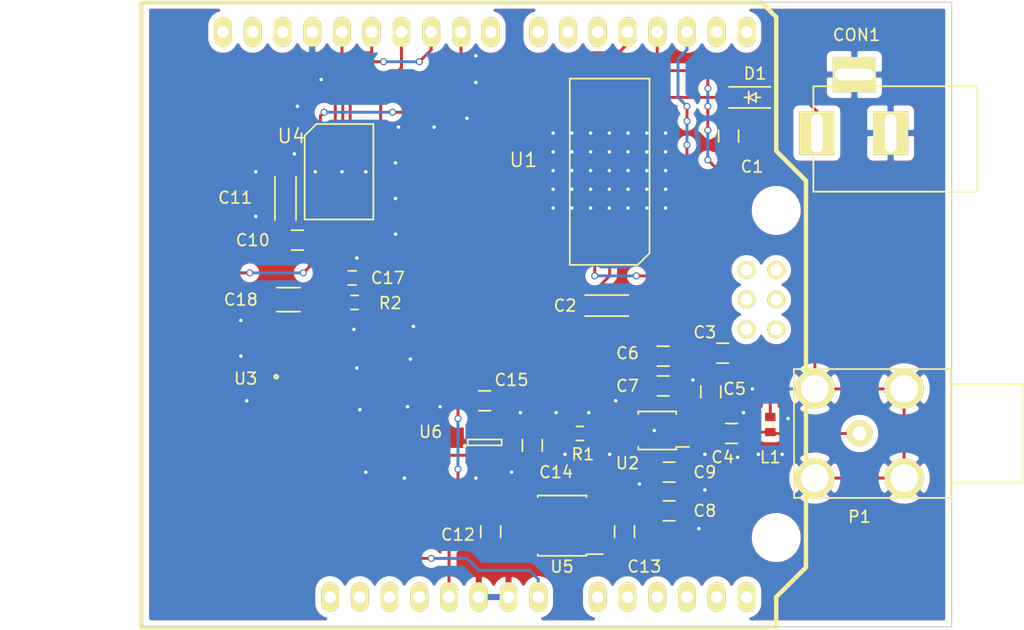
<source format=kicad_pcb>
(kicad_pcb (version 20171130) (host pcbnew 5.1.4-5.1.4)
  (layers (0 F.Cu signal) (31 B.Cu signal) (34 B.Paste user) (35 F.Paste user) (36 B.SilkS user) (37 F.SilkS user) (38 B.Mask user) (39 F.Mask user) (44 Edge.Cuts user))
  (net 0 "")
  (net 1 "Net-(C1-Pad1)")
  (net 2 GND)
  (net 3 "Net-(C2-Pad1)")
  (net 4 "Net-(C3-Pad1)")
  (net 5 "Net-(C4-Pad1)")
  (net 6 "Net-(C4-Pad2)")
  (net 7 "Net-(C5-Pad1)")
  (net 8 "Net-(C10-Pad1)")
  (net 9 "Net-(CON1-Pad1)")
  (net 10 "Net-(SHIELD1-PadAD5)")
  (net 11 "Net-(SHIELD1-PadAD4)")
  (net 12 "Net-(SHIELD1-PadAD3)")
  (net 13 "Net-(SHIELD1-PadAD0)")
  (net 14 "Net-(SHIELD1-PadAD1)")
  (net 15 "Net-(SHIELD1-PadAD2)")
  (net 16 "Net-(SHIELD1-PadV_IN)")
  (net 17 "Net-(SHIELD1-PadRST)")
  (net 18 "Net-(SHIELD1-Pad0)")
  (net 19 "Net-(SHIELD1-Pad1)")
  (net 20 "Net-(SHIELD1-Pad2)")
  (net 21 "Net-(SHIELD1-Pad3)")
  (net 22 "Net-(SHIELD1-Pad4)")
  (net 23 "Net-(SHIELD1-Pad6)")
  (net 24 "Net-(SHIELD1-Pad7)")
  (net 25 "Net-(SHIELD1-Pad8)")
  (net 26 "Net-(SHIELD1-Pad9)")
  (net 27 "Net-(SHIELD1-Pad10)")
  (net 28 "Net-(SHIELD1-Pad11)")
  (net 29 "Net-(SHIELD1-Pad12)")
  (net 30 "Net-(SHIELD1-Pad13)")
  (net 31 "Net-(SHIELD1-PadAREF)")
  (net 32 "Net-(SHIELD1-PadSDA)")
  (net 33 "Net-(SHIELD1-PadSCL)")
  (net 34 "Net-(SHIELD1-PadIO_R)")
  (net 35 "Net-(SHIELD1-PadNC)")
  (net 36 "Net-(SHIELD1-PadSP1)")
  (net 37 "Net-(SHIELD1-PadSP2)")
  (net 38 "Net-(SHIELD1-PadSP3)")
  (net 39 "Net-(SHIELD1-PadSP4)")
  (net 40 "Net-(SHIELD1-PadSP5)")
  (net 41 "Net-(SHIELD1-PadSP6)")
  (net 42 "Net-(U1-Pad10)")
  (net 43 "Net-(U3-Pad7)")
  (net 44 "Net-(U3-Pad1)")
  (net 45 "Net-(U3-Pad3)")
  (net 46 "Net-(U3-Pad8)")
  (net 47 "Net-(U3-Pad5)")
  (net 48 "Net-(C13-Pad1)")
  (net 49 "Net-(C14-Pad1)")
  (net 50 "Net-(C17-Pad1)")
  (net 51 "Net-(C18-Pad1)")
  (net 52 "Net-(R1-Pad2)")
  (net 53 "Net-(SHIELD1-Pad5)")
  (net 54 "Net-(SHIELD1-Pad3V3)")
  (net 55 "Net-(U5-Pad4)")
  (net 56 "Net-(R2-Pad2)")
  (module Arduino_JRE:ARDUINO_SHIELD_Modified (layer F.Cu) (at 102.87 126.746)
    (fp_text reference SHIELD1 hide)
    (fp_text value ARDUINO_SHIELD hide)
    (pad AD5 thru_hole oval (at 63.5 -2.54 90) (size 2.54 1.524) (drill 1.016) (layers *.Cu *.Mask F.SilkS) (net 10 "Net-(SHIELD1-PadAD5)"))
    (pad AD4 thru_hole oval (at 60.96 -2.54 90) (size 2.54 1.524) (drill 1.016) (layers *.Cu *.Mask F.SilkS) (net 11 "Net-(SHIELD1-PadAD4)"))
    (pad AD3 thru_hole oval (at 58.42 -2.54 90) (size 2.54 1.524) (drill 1.016) (layers *.Cu *.Mask F.SilkS) (net 12 "Net-(SHIELD1-PadAD3)"))
    (pad AD0 thru_hole oval (at 50.8 -2.54 90) (size 2.54 1.524) (drill 1.016) (layers *.Cu *.Mask F.SilkS) (net 13 "Net-(SHIELD1-PadAD0)"))
    (pad AD1 thru_hole oval (at 53.34 -2.54 90) (size 2.54 1.524) (drill 1.016) (layers *.Cu *.Mask F.SilkS) (net 14 "Net-(SHIELD1-PadAD1)"))
    (pad AD2 thru_hole oval (at 55.88 -2.54 90) (size 2.54 1.524) (drill 1.016) (layers *.Cu *.Mask F.SilkS) (net 15 "Net-(SHIELD1-PadAD2)"))
    (pad V_IN thru_hole oval (at 45.72 -2.54 90) (size 2.54 1.524) (drill 1.016) (layers *.Cu *.Mask F.SilkS) (net 16 "Net-(SHIELD1-PadV_IN)"))
    (pad GND2 thru_hole oval (at 43.18 -2.54 90) (size 2.54 1.524) (drill 1.016) (layers *.Cu *.Mask F.SilkS) (net 2 GND))
    (pad GND1 thru_hole oval (at 40.64 -2.54 90) (size 2.54 1.524) (drill 1.016) (layers *.Cu *.Mask F.SilkS) (net 2 GND))
    (pad 3V3 thru_hole oval (at 35.56 -2.54 90) (size 2.54 1.524) (drill 1.016) (layers *.Cu *.Mask F.SilkS) (net 54 "Net-(SHIELD1-Pad3V3)"))
    (pad RST thru_hole oval (at 33.02 -2.54 90) (size 2.54 1.524) (drill 1.016) (layers *.Cu *.Mask F.SilkS) (net 17 "Net-(SHIELD1-PadRST)"))
    (pad 0 thru_hole oval (at 63.5 -50.8 90) (size 2.54 1.524) (drill 1.016) (layers *.Cu *.Mask F.SilkS) (net 18 "Net-(SHIELD1-Pad0)"))
    (pad 1 thru_hole oval (at 60.96 -50.8 90) (size 2.54 1.524) (drill 1.016) (layers *.Cu *.Mask F.SilkS) (net 19 "Net-(SHIELD1-Pad1)"))
    (pad 2 thru_hole oval (at 58.42 -50.8 90) (size 2.54 1.524) (drill 1.016) (layers *.Cu *.Mask F.SilkS) (net 20 "Net-(SHIELD1-Pad2)"))
    (pad 3 thru_hole oval (at 55.88 -50.8 90) (size 2.54 1.524) (drill 1.016) (layers *.Cu *.Mask F.SilkS) (net 21 "Net-(SHIELD1-Pad3)"))
    (pad 4 thru_hole oval (at 53.34 -50.8 90) (size 2.54 1.524) (drill 1.016) (layers *.Cu *.Mask F.SilkS) (net 22 "Net-(SHIELD1-Pad4)"))
    (pad 5 thru_hole oval (at 50.8 -50.8 90) (size 2.54 1.524) (drill 1.016) (layers *.Cu *.Mask F.SilkS) (net 53 "Net-(SHIELD1-Pad5)"))
    (pad 6 thru_hole oval (at 48.26 -50.8 90) (size 2.54 1.524) (drill 1.016) (layers *.Cu *.Mask F.SilkS) (net 23 "Net-(SHIELD1-Pad6)"))
    (pad 7 thru_hole oval (at 45.72 -50.8 90) (size 2.54 1.524) (drill 1.016) (layers *.Cu *.Mask F.SilkS) (net 24 "Net-(SHIELD1-Pad7)"))
    (pad 8 thru_hole oval (at 41.656 -50.8 90) (size 2.54 1.524) (drill 1.016) (layers *.Cu *.Mask F.SilkS) (net 25 "Net-(SHIELD1-Pad8)"))
    (pad 9 thru_hole oval (at 39.116 -50.8 90) (size 2.54 1.524) (drill 1.016) (layers *.Cu *.Mask F.SilkS) (net 26 "Net-(SHIELD1-Pad9)"))
    (pad 10 thru_hole oval (at 36.576 -50.8 90) (size 2.54 1.524) (drill 1.016) (layers *.Cu *.Mask F.SilkS) (net 27 "Net-(SHIELD1-Pad10)"))
    (pad 11 thru_hole oval (at 34.036 -50.8 90) (size 2.54 1.524) (drill 1.016) (layers *.Cu *.Mask F.SilkS) (net 28 "Net-(SHIELD1-Pad11)"))
    (pad 12 thru_hole oval (at 31.496 -50.8 90) (size 2.54 1.524) (drill 1.016) (layers *.Cu *.Mask F.SilkS) (net 29 "Net-(SHIELD1-Pad12)"))
    (pad 13 thru_hole oval (at 28.956 -50.8 90) (size 2.54 1.524) (drill 1.016) (layers *.Cu *.Mask F.SilkS) (net 30 "Net-(SHIELD1-Pad13)"))
    (pad GND3 thru_hole oval (at 26.416 -50.8 90) (size 2.54 1.524) (drill 1.016) (layers *.Cu *.Mask F.SilkS) (net 2 GND))
    (pad AREF thru_hole oval (at 23.876 -50.8 90) (size 2.54 1.524) (drill 1.016) (layers *.Cu *.Mask F.SilkS) (net 31 "Net-(SHIELD1-PadAREF)"))
    (pad 5V thru_hole oval (at 38.1 -2.54 90) (size 2.54 1.524) (drill 1.016) (layers *.Cu *.Mask F.SilkS) (net 8 "Net-(C10-Pad1)"))
    (pad "" np_thru_hole circle (at 66.04 -7.62 90) (size 3.175 3.175) (drill 3.175) (layers *.Cu *.Mask F.SilkS))
    (pad "" np_thru_hole circle (at 66.04 -35.56 90) (size 3.175 3.175) (drill 3.175) (layers *.Cu *.Mask F.SilkS))
    (pad SDA thru_hole oval (at 21.336 -50.8 90) (size 2.54 1.524) (drill 1.016) (layers *.Cu *.Mask F.SilkS) (net 32 "Net-(SHIELD1-PadSDA)"))
    (pad SCL thru_hole oval (at 18.796 -50.8 90) (size 2.54 1.524) (drill 1.016) (layers *.Cu *.Mask F.SilkS) (net 33 "Net-(SHIELD1-PadSCL)"))
    (pad IO_R thru_hole oval (at 30.48 -2.54 90) (size 2.54 1.524) (drill 1.016) (layers *.Cu *.Mask F.SilkS) (net 34 "Net-(SHIELD1-PadIO_R)"))
    (pad NC thru_hole oval (at 27.94 -2.54 90) (size 2.54 1.524) (drill 1.016) (layers *.Cu *.Mask F.SilkS) (net 35 "Net-(SHIELD1-PadNC)"))
    (pad SP1 thru_hole circle (at 63.5 -30.48 90) (size 1.524 1.524) (drill 1.016) (layers *.Cu *.Mask F.SilkS) (net 36 "Net-(SHIELD1-PadSP1)"))
    (pad SP2 thru_hole circle (at 66.04 -30.48 90) (size 1.524 1.524) (drill 1.016) (layers *.Cu *.Mask F.SilkS) (net 37 "Net-(SHIELD1-PadSP2)"))
    (pad SP3 thru_hole circle (at 63.5 -27.94 90) (size 1.524 1.524) (drill 1.016) (layers *.Cu *.Mask F.SilkS) (net 38 "Net-(SHIELD1-PadSP3)"))
    (pad SP4 thru_hole circle (at 66.04 -27.94 90) (size 1.524 1.524) (drill 1.016) (layers *.Cu *.Mask F.SilkS) (net 39 "Net-(SHIELD1-PadSP4)"))
    (pad SP5 thru_hole circle (at 63.5 -25.4 90) (size 1.524 1.524) (drill 1.016) (layers *.Cu *.Mask F.SilkS) (net 40 "Net-(SHIELD1-PadSP5)"))
    (pad SP6 thru_hole circle (at 66.04 -25.4 90) (size 1.524 1.524) (drill 1.016) (layers *.Cu *.Mask F.SilkS) (net 41 "Net-(SHIELD1-PadSP6)"))
  )
  (module Vias:Via_0.6mm (layer F.Cu) (at 123.698 107.442)
    (fp_text reference Via** hide)
    (fp_text value Via_0.6mm hide)
    (pad 1 thru_hole circle (at 0 0) (size 0.6 0.6) (drill 0.3) (layers *.Cu) (net 2 GND))
  )
  (module Vias:Via_0.6mm (layer F.Cu) (at 123.19 103.632)
    (fp_text reference Via** hide)
    (fp_text value Via_0.6mm hide)
    (pad 1 thru_hole circle (at 0 0) (size 0.6 0.6) (drill 0.3) (layers *.Cu) (net 2 GND))
  )
  (module Vias:Via_0.6mm (layer F.Cu) (at 123.19 100.584)
    (fp_text reference Via** hide)
    (fp_text value Via_0.6mm hide)
    (pad 1 thru_hole circle (at 0 0) (size 0.6 0.6) (drill 0.3) (layers *.Cu) (net 2 GND))
  )
  (module Vias:Via_0.6mm (layer F.Cu) (at 124.46 91.694)
    (fp_text reference Via** hide)
    (fp_text value Via_0.6mm hide)
    (pad 1 thru_hole circle (at 0 0) (size 0.6 0.6) (drill 0.3) (layers *.Cu) (net 2 GND))
  )
  (module Vias:Via_0.6mm (layer F.Cu) (at 124.46 87.884)
    (fp_text reference Via** hide)
    (fp_text value Via_0.6mm hide)
    (pad 1 thru_hole circle (at 0 0) (size 0.6 0.6) (drill 0.3) (layers *.Cu) (net 2 GND))
  )
  (module Vias:Via_0.6mm (layer F.Cu) (at 161.798 105.664)
    (fp_text reference Via** hide)
    (fp_text value Via_0.6mm hide)
    (pad 1 thru_hole circle (at 0 0) (size 0.6 0.6) (drill 0.3) (layers *.Cu) (net 2 GND))
  )
  (module Vias:Via_0.6mm (layer F.Cu) (at 157.226 114.554)
    (fp_text reference Via** hide)
    (fp_text value Via_0.6mm hide)
    (pad 1 thru_hole circle (at 0 0) (size 0.6 0.6) (drill 0.3) (layers *.Cu) (net 2 GND))
  )
  (module Vias:Via_0.6mm (layer F.Cu) (at 162.306 118.364)
    (fp_text reference Via** hide)
    (fp_text value Via_0.6mm hide)
    (pad 1 thru_hole circle (at 0 0) (size 0.6 0.6) (drill 0.3) (layers *.Cu) (net 2 GND))
  )
  (module Vias:Via_0.6mm (layer F.Cu) (at 162.814 115.062)
    (fp_text reference Via** hide)
    (fp_text value Via_0.6mm hide)
    (pad 1 thru_hole circle (at 0 0) (size 0.6 0.6) (drill 0.3) (layers *.Cu) (net 2 GND))
  )
  (module Vias:Via_0.6mm (layer F.Cu) (at 155.194 107.442)
    (fp_text reference Via** hide)
    (fp_text value Via_0.6mm hide)
    (pad 1 thru_hole circle (at 0 0) (size 0.6 0.6) (drill 0.3) (layers *.Cu) (net 2 GND))
  )
  (module Vias:Via_0.6mm (layer F.Cu) (at 150.876 112.014)
    (fp_text reference Via** hide)
    (fp_text value Via_0.6mm hide)
    (pad 1 thru_hole circle (at 0 0) (size 0.6 0.6) (drill 0.3) (layers *.Cu) (net 2 GND))
  )
  (module Vias:Via_0.6mm (layer F.Cu) (at 154.686 112.014)
    (fp_text reference Via** hide)
    (fp_text value Via_0.6mm hide)
    (pad 1 thru_hole circle (at 0 0) (size 0.6 0.6) (drill 0.3) (layers *.Cu) (net 2 GND))
  )
  (module Vias:Via_0.6mm (layer F.Cu) (at 152.908 108.458)
    (fp_text reference Via** hide)
    (fp_text value Via_0.6mm hide)
    (pad 1 thru_hole circle (at 0 0) (size 0.6 0.6) (drill 0.3) (layers *.Cu) (net 2 GND))
  )
  (module Vias:Via_0.6mm (layer F.Cu) (at 150.114 108.458)
    (fp_text reference Via** hide)
    (fp_text value Via_0.6mm hide)
    (pad 1 thru_hole circle (at 0 0) (size 0.6 0.6) (drill 0.3) (layers *.Cu) (net 2 GND))
  )
  (module Vias:Via_0.6mm (layer F.Cu) (at 147.066 108.458)
    (fp_text reference Via** hide)
    (fp_text value Via_0.6mm hide)
    (pad 1 thru_hole circle (at 0 0) (size 0.6 0.6) (drill 0.3) (layers *.Cu) (net 2 GND))
  )
  (module Vias:Via_0.6mm (layer F.Cu) (at 143.256 114.046)
    (fp_text reference Via** hide)
    (fp_text value Via_0.6mm hide)
    (pad 1 thru_hole circle (at 0 0) (size 0.6 0.6) (drill 0.3) (layers *.Cu) (net 2 GND))
  )
  (module Vias:Via_0.6mm (layer F.Cu) (at 146.304 113.538)
    (fp_text reference Via** hide)
    (fp_text value Via_0.6mm hide)
    (pad 1 thru_hole circle (at 0 0) (size 0.6 0.6) (drill 0.3) (layers *.Cu) (net 2 GND))
  )
  (module Vias:Via_0.6mm (layer F.Cu) (at 137.922 101.092)
    (fp_text reference Via** hide)
    (fp_text value Via_0.6mm hide)
    (pad 1 thru_hole circle (at 0 0) (size 0.6 0.6) (drill 0.3) (layers *.Cu) (net 2 GND))
  )
  (module Vias:Via_0.6mm (layer F.Cu) (at 137.668 103.886)
    (fp_text reference Via** hide)
    (fp_text value Via_0.6mm hide)
    (pad 1 thru_hole circle (at 0 0) (size 0.6 0.6) (drill 0.3) (layers *.Cu) (net 2 GND))
  )
  (module Vias:Via_0.6mm (layer F.Cu) (at 140.208 107.95)
    (fp_text reference Via** hide)
    (fp_text value Via_0.6mm hide)
    (pad 1 thru_hole circle (at 0 0) (size 0.6 0.6) (drill 0.3) (layers *.Cu) (net 2 GND))
  )
  (module Vias:Via_0.6mm (layer F.Cu) (at 137.414 107.95)
    (fp_text reference Via** hide)
    (fp_text value Via_0.6mm hide)
    (pad 1 thru_hole circle (at 0 0) (size 0.6 0.6) (drill 0.3) (layers *.Cu) (net 2 GND))
  )
  (module Vias:Via_0.6mm (layer F.Cu) (at 137.16 114.046)
    (fp_text reference Via** hide)
    (fp_text value Via_0.6mm hide)
    (pad 1 thru_hole circle (at 0 0) (size 0.6 0.6) (drill 0.3) (layers *.Cu) (net 2 GND))
  )
  (module Vias:Via_0.6mm (layer F.Cu) (at 133.858 113.538)
    (fp_text reference Via** hide)
    (fp_text value Via_0.6mm hide)
    (pad 1 thru_hole circle (at 0 0) (size 0.6 0.6) (drill 0.3) (layers *.Cu) (net 2 GND))
  )
  (module Vias:Via_0.6mm (layer F.Cu) (at 133.35 108.204)
    (fp_text reference Via** hide)
    (fp_text value Via_0.6mm hide)
    (pad 1 thru_hole circle (at 0 0) (size 0.6 0.6) (drill 0.3) (layers *.Cu) (net 2 GND))
  )
  (module Vias:Via_0.6mm (layer F.Cu) (at 133.096 104.648)
    (fp_text reference Via** hide)
    (fp_text value Via_0.6mm hide)
    (pad 1 thru_hole circle (at 0 0) (size 0.6 0.6) (drill 0.3) (layers *.Cu) (net 2 GND))
  )
  (module Vias:Via_0.6mm (layer F.Cu) (at 132.842 101.346)
    (fp_text reference Via** hide)
    (fp_text value Via_0.6mm hide)
    (pad 1 thru_hole circle (at 0 0) (size 0.6 0.6) (drill 0.3) (layers *.Cu) (net 2 GND))
  )
  (module Vias:Via_0.6mm (layer F.Cu) (at 133.858 87.884)
    (fp_text reference Via** hide)
    (fp_text value Via_0.6mm hide)
    (pad 1 thru_hole circle (at 0 0) (size 0.6 0.6) (drill 0.3) (layers *.Cu) (net 2 GND))
  )
  (module Vias:Via_0.6mm (layer F.Cu) (at 131.826 87.884)
    (fp_text reference Via** hide)
    (fp_text value Via_0.6mm hide)
    (pad 1 thru_hole circle (at 0 0) (size 0.6 0.6) (drill 0.3) (layers *.Cu) (net 2 GND))
  )
  (module Vias:Via_0.6mm (layer F.Cu) (at 129.54 87.884)
    (fp_text reference Via** hide)
    (fp_text value Via_0.6mm hide)
    (pad 1 thru_hole circle (at 0 0) (size 0.6 0.6) (drill 0.3) (layers *.Cu) (net 2 GND))
  )
  (module Vias:Via_0.6mm (layer F.Cu) (at 127.762 86.36)
    (fp_text reference Via** hide)
    (fp_text value Via_0.6mm hide)
    (pad 1 thru_hole circle (at 0 0) (size 0.6 0.6) (drill 0.3) (layers *.Cu) (net 2 GND))
  )
  (module Vias:Via_0.6mm (layer F.Cu) (at 128.016 82.296)
    (fp_text reference Via** hide)
    (fp_text value Via_0.6mm hide)
    (pad 1 thru_hole circle (at 0 0) (size 0.6 0.6) (drill 0.3) (layers *.Cu) (net 2 GND))
  )
  (module Vias:Via_0.6mm (layer F.Cu) (at 130.048 80.01)
    (fp_text reference Via** hide)
    (fp_text value Via_0.6mm hide)
    (pad 1 thru_hole circle (at 0 0) (size 0.6 0.6) (drill 0.3) (layers *.Cu) (net 2 GND))
  )
  (module Vias:Via_0.6mm (layer F.Cu) (at 143.256 77.978)
    (fp_text reference Via** hide)
    (fp_text value Via_0.6mm hide)
    (pad 1 thru_hole circle (at 0 0) (size 0.6 0.6) (drill 0.3) (layers *.Cu) (net 2 GND))
  )
  (module Vias:Via_0.6mm (layer F.Cu) (at 143.256 80.264)
    (fp_text reference Via** hide)
    (fp_text value Via_0.6mm hide)
    (pad 1 thru_hole circle (at 0 0) (size 0.6 0.6) (drill 0.3) (layers *.Cu) (net 2 GND))
  )
  (module Vias:Via_0.6mm (layer F.Cu) (at 142.494 83.312)
    (fp_text reference Via** hide)
    (fp_text value Via_0.6mm hide)
    (pad 1 thru_hole circle (at 0 0) (size 0.6 0.6) (drill 0.3) (layers *.Cu) (net 2 GND))
  )
  (module Vias:Via_0.6mm (layer F.Cu) (at 139.7 84.074)
    (fp_text reference Via** hide)
    (fp_text value Via_0.6mm hide)
    (pad 1 thru_hole circle (at 0 0) (size 0.6 0.6) (drill 0.3) (layers *.Cu) (net 2 GND))
  )
  (module Vias:Via_0.6mm (layer F.Cu) (at 136.652 84.074)
    (fp_text reference Via** hide)
    (fp_text value Via_0.6mm hide)
    (pad 1 thru_hole circle (at 0 0) (size 0.6 0.6) (drill 0.3) (layers *.Cu) (net 2 GND))
  )
  (module Vias:Via_0.6mm (layer F.Cu) (at 136.398 87.122)
    (fp_text reference Via** hide)
    (fp_text value Via_0.6mm hide)
    (pad 1 thru_hole circle (at 0 0) (size 0.6 0.6) (drill 0.3) (layers *.Cu) (net 2 GND))
  )
  (module Vias:Via_0.6mm (layer F.Cu) (at 136.398 90.17)
    (fp_text reference Via** hide)
    (fp_text value Via_0.6mm hide)
    (pad 1 thru_hole circle (at 0 0) (size 0.6 0.6) (drill 0.3) (layers *.Cu) (net 2 GND))
  )
  (module Vias:Via_0.6mm (layer F.Cu) (at 136.398 93.218)
    (fp_text reference Via** hide)
    (fp_text value Via_0.6mm hide)
    (pad 1 thru_hole circle (at 0 0) (size 0.6 0.6) (drill 0.3) (layers *.Cu) (net 2 GND))
  )
  (module Vias:Via_0.6mm (layer F.Cu) (at 133.096 95.25)
    (fp_text reference Via** hide)
    (fp_text value Via_0.6mm hide)
    (pad 1 thru_hole circle (at 0 0) (size 0.6 0.6) (drill 0.3) (layers *.Cu) (net 2 GND))
  )
  (module Vias:Via_0.6mm (layer F.Cu) (at 169.926 108.966)
    (fp_text reference Via** hide)
    (fp_text value Via_0.6mm hide)
    (pad 1 thru_hole circle (at 0 0) (size 0.6 0.6) (drill 0.3) (layers *.Cu) (net 2 GND))
  )
  (module Vias:Via_0.6mm (layer F.Cu) (at 166.116 108.458)
    (fp_text reference Via** hide)
    (fp_text value Via_0.6mm hide)
    (pad 1 thru_hole circle (at 0 0) (size 0.6 0.6) (drill 0.3) (layers *.Cu) (net 2 GND))
  )
  (module Vias:Via_0.6mm (layer F.Cu) (at 162.814 112.014)
    (fp_text reference Via** hide)
    (fp_text value Via_0.6mm hide)
    (pad 1 thru_hole circle (at 0 0) (size 0.6 0.6) (drill 0.3) (layers *.Cu) (net 2 GND))
  )
  (module Vias:Via_0.6mm (layer F.Cu) (at 165.608 112.268)
    (fp_text reference Via** hide)
    (fp_text value Via_0.6mm hide)
    (pad 1 thru_hole circle (at 0 0) (size 0.6 0.6) (drill 0.3) (layers *.Cu) (net 2 GND))
  )
  (module Vias:Via_0.6mm (layer F.Cu) (at 167.386 112.014)
    (fp_text reference Via** hide)
    (fp_text value Via_0.6mm hide)
    (pad 1 thru_hole circle (at 0 0) (size 0.6 0.6) (drill 0.3) (layers *.Cu) (net 2 GND))
  )
  (module Vias:Via_0.6mm (layer F.Cu) (at 169.418 112.014)
    (fp_text reference Via** hide)
    (fp_text value Via_0.6mm hide)
    (pad 1 thru_hole circle (at 0 0) (size 0.6 0.6) (drill 0.3) (layers *.Cu) (net 2 GND))
  )
  (module Capacitors_SMD:C_0805 (layer F.Cu) (at 163.322 106.68 90)
    (fp_text reference C5 (at 0.254 2.032 180) (layer F.SilkS))
    (fp_text value 680pF)
    (pad 1 smd rect (at -1 0 90) (size 1 1.25) (layers F.Cu F.Paste F.Mask) (net 7 "Net-(C5-Pad1)"))
    (pad 2 smd rect (at 1 0 90) (size 1 1.25) (layers F.Cu F.Paste F.Mask) (net 2 GND))
  )
  (module SSOP_JRE:SOIC-16 (layer F.Cu) (at 131.572 87.884)
    (fp_text reference U4 (at -4.064 -3.048 180) (layer F.SilkS) (effects (font (size 1.2 1.2))))
    (fp_text value LTC2440)
    (pad 16 smd rect (at -2.2225 -2.4765) (size 0.4191 2.2) (layers F.Cu F.Paste F.Mask) (net 2 GND))
    (pad 1 smd rect (at -2.2225 2.4765) (size 0.4191 2.2) (layers F.Cu F.Paste F.Mask) (net 2 GND))
    (pad 15 smd rect (at -1.5875 -2.4765) (size 0.4191 2.2) (layers F.Cu F.Paste F.Mask) (net 26 "Net-(SHIELD1-Pad9)"))
    (pad 2 smd rect (at -1.5875 2.4765) (size 0.4191 2.2) (layers F.Cu F.Paste F.Mask) (net 8 "Net-(C10-Pad1)"))
    (pad 14 smd rect (at -0.9525 -2.4765) (size 0.4191 2.2) (layers F.Cu F.Paste F.Mask) (net 2 GND))
    (pad 3 smd rect (at -0.9525 2.4765) (size 0.4191 2.2) (layers F.Cu F.Paste F.Mask) (net 51 "Net-(C18-Pad1)"))
    (pad 13 smd rect (at -0.3175 -2.4765) (size 0.4191 2.2) (layers F.Cu F.Paste F.Mask) (net 30 "Net-(SHIELD1-Pad13)"))
    (pad 4 smd rect (at -0.3175 2.4765) (size 0.4191 2.2) (layers F.Cu F.Paste F.Mask) (net 2 GND))
    (pad 12 smd rect (at 0.3175 -2.4765) (size 0.4191 2.2) (layers F.Cu F.Paste F.Mask) (net 29 "Net-(SHIELD1-Pad12)"))
    (pad 5 smd rect (at 0.3175 2.4765) (size 0.4191 2.2) (layers F.Cu F.Paste F.Mask) (net 50 "Net-(C17-Pad1)"))
    (pad 11 smd rect (at 0.9525 -2.4765) (size 0.4191 2.2) (layers F.Cu F.Paste F.Mask) (net 27 "Net-(SHIELD1-Pad10)"))
    (pad 6 smd rect (at 0.9525 2.4765) (size 0.4191 2.2) (layers F.Cu F.Paste F.Mask) (net 2 GND))
    (pad 10 smd rect (at 1.5875 -2.4765) (size 0.4191 2.2) (layers F.Cu F.Paste F.Mask) (net 2 GND))
    (pad 7 smd rect (at 1.5875 2.4765) (size 0.4191 2.2) (layers F.Cu F.Paste F.Mask) (net 28 "Net-(SHIELD1-Pad11)"))
    (pad 9 smd rect (at 2.2225 -2.4765) (size 0.4191 2.2) (layers F.Cu F.Paste F.Mask) (net 2 GND))
    (pad 8 smd rect (at 2.2225 2.4765) (size 0.4191 2.2) (layers F.Cu F.Paste F.Mask) (net 2 GND))
  )
  (module Vias:Via_0.6mm (layer F.Cu) (at 158.496 109.982)
    (fp_text reference Via** hide)
    (fp_text value Via_0.6mm hide)
    (pad 1 thru_hole circle (at 0 0) (size 0.6 0.6) (drill 0.3) (layers *.Cu) (net 2 GND))
  )
  (module Vias:Via_0.6mm (layer F.Cu) (at 166.878 106.426)
    (fp_text reference Via** hide)
    (fp_text value Via_0.6mm hide)
    (pad 1 thru_hole circle (at 0 0) (size 0.6 0.6) (drill 0.3) (layers *.Cu) (net 2 GND))
  )
  (module Vias:Via_0.6mm (layer F.Cu) (at 159.46 90.982)
    (fp_text reference Via** hide)
    (fp_text value Via_0.6mm hide)
    (pad 1 thru_hole circle (at 0 0) (size 0.6 0.6) (drill 0.3) (layers *.Cu) (net 2 GND))
  )
  (module Vias:Via_0.6mm (layer F.Cu) (at 157.86 90.982)
    (fp_text reference Via** hide)
    (fp_text value Via_0.6mm hide)
    (pad 1 thru_hole circle (at 0 0) (size 0.6 0.6) (drill 0.3) (layers *.Cu) (net 2 GND))
  )
  (module Vias:Via_0.6mm (layer F.Cu) (at 156.26 90.982)
    (fp_text reference Via** hide)
    (fp_text value Via_0.6mm hide)
    (pad 1 thru_hole circle (at 0 0) (size 0.6 0.6) (drill 0.3) (layers *.Cu) (net 2 GND))
  )
  (module Vias:Via_0.6mm (layer F.Cu) (at 154.66 90.982)
    (fp_text reference Via** hide)
    (fp_text value Via_0.6mm hide)
    (pad 1 thru_hole circle (at 0 0) (size 0.6 0.6) (drill 0.3) (layers *.Cu) (net 2 GND))
  )
  (module Vias:Via_0.6mm (layer F.Cu) (at 153.06 90.982)
    (fp_text reference Via** hide)
    (fp_text value Via_0.6mm hide)
    (pad 1 thru_hole circle (at 0 0) (size 0.6 0.6) (drill 0.3) (layers *.Cu) (net 2 GND))
  )
  (module Vias:Via_0.6mm (layer F.Cu) (at 151.46 90.982)
    (fp_text reference Via** hide)
    (fp_text value Via_0.6mm hide)
    (pad 1 thru_hole circle (at 0 0) (size 0.6 0.6) (drill 0.3) (layers *.Cu) (net 2 GND))
  )
  (module Vias:Via_0.6mm (layer F.Cu) (at 149.86 90.982)
    (fp_text reference Via** hide)
    (fp_text value Via_0.6mm hide)
    (pad 1 thru_hole circle (at 0 0) (size 0.6 0.6) (drill 0.3) (layers *.Cu) (net 2 GND))
  )
  (module Vias:Via_0.6mm (layer F.Cu) (at 159.46 89.382)
    (fp_text reference Via** hide)
    (fp_text value Via_0.6mm hide)
    (pad 1 thru_hole circle (at 0 0) (size 0.6 0.6) (drill 0.3) (layers *.Cu) (net 2 GND))
  )
  (module Vias:Via_0.6mm (layer F.Cu) (at 157.86 89.382)
    (fp_text reference Via** hide)
    (fp_text value Via_0.6mm hide)
    (pad 1 thru_hole circle (at 0 0) (size 0.6 0.6) (drill 0.3) (layers *.Cu) (net 2 GND))
  )
  (module Vias:Via_0.6mm (layer F.Cu) (at 156.26 89.382)
    (fp_text reference Via** hide)
    (fp_text value Via_0.6mm hide)
    (pad 1 thru_hole circle (at 0 0) (size 0.6 0.6) (drill 0.3) (layers *.Cu) (net 2 GND))
  )
  (module Vias:Via_0.6mm (layer F.Cu) (at 154.66 89.382)
    (fp_text reference Via** hide)
    (fp_text value Via_0.6mm hide)
    (pad 1 thru_hole circle (at 0 0) (size 0.6 0.6) (drill 0.3) (layers *.Cu) (net 2 GND))
  )
  (module Vias:Via_0.6mm (layer F.Cu) (at 153.06 89.382)
    (fp_text reference Via** hide)
    (fp_text value Via_0.6mm hide)
    (pad 1 thru_hole circle (at 0 0) (size 0.6 0.6) (drill 0.3) (layers *.Cu) (net 2 GND))
  )
  (module Vias:Via_0.6mm (layer F.Cu) (at 151.46 89.382)
    (fp_text reference Via** hide)
    (fp_text value Via_0.6mm hide)
    (pad 1 thru_hole circle (at 0 0) (size 0.6 0.6) (drill 0.3) (layers *.Cu) (net 2 GND))
  )
  (module Vias:Via_0.6mm (layer F.Cu) (at 149.86 89.382)
    (fp_text reference Via** hide)
    (fp_text value Via_0.6mm hide)
    (pad 1 thru_hole circle (at 0 0) (size 0.6 0.6) (drill 0.3) (layers *.Cu) (net 2 GND))
  )
  (module Vias:Via_0.6mm (layer F.Cu) (at 159.46 87.782)
    (fp_text reference Via** hide)
    (fp_text value Via_0.6mm hide)
    (pad 1 thru_hole circle (at 0 0) (size 0.6 0.6) (drill 0.3) (layers *.Cu) (net 2 GND))
  )
  (module Vias:Via_0.6mm (layer F.Cu) (at 157.86 87.782)
    (fp_text reference Via** hide)
    (fp_text value Via_0.6mm hide)
    (pad 1 thru_hole circle (at 0 0) (size 0.6 0.6) (drill 0.3) (layers *.Cu) (net 2 GND))
  )
  (module Vias:Via_0.6mm (layer F.Cu) (at 156.26 87.782)
    (fp_text reference Via** hide)
    (fp_text value Via_0.6mm hide)
    (pad 1 thru_hole circle (at 0 0) (size 0.6 0.6) (drill 0.3) (layers *.Cu) (net 2 GND))
  )
  (module Vias:Via_0.6mm (layer F.Cu) (at 154.66 87.782)
    (fp_text reference Via** hide)
    (fp_text value Via_0.6mm hide)
    (pad 1 thru_hole circle (at 0 0) (size 0.6 0.6) (drill 0.3) (layers *.Cu) (net 2 GND))
  )
  (module Vias:Via_0.6mm (layer F.Cu) (at 153.06 87.782)
    (fp_text reference Via** hide)
    (fp_text value Via_0.6mm hide)
    (pad 1 thru_hole circle (at 0 0) (size 0.6 0.6) (drill 0.3) (layers *.Cu) (net 2 GND))
  )
  (module Vias:Via_0.6mm (layer F.Cu) (at 151.46 87.782)
    (fp_text reference Via** hide)
    (fp_text value Via_0.6mm hide)
    (pad 1 thru_hole circle (at 0 0) (size 0.6 0.6) (drill 0.3) (layers *.Cu) (net 2 GND))
  )
  (module Vias:Via_0.6mm (layer F.Cu) (at 149.86 87.782)
    (fp_text reference Via** hide)
    (fp_text value Via_0.6mm hide)
    (pad 1 thru_hole circle (at 0 0) (size 0.6 0.6) (drill 0.3) (layers *.Cu) (net 2 GND))
  )
  (module Vias:Via_0.6mm (layer F.Cu) (at 159.46 86.182)
    (fp_text reference Via** hide)
    (fp_text value Via_0.6mm hide)
    (pad 1 thru_hole circle (at 0 0) (size 0.6 0.6) (drill 0.3) (layers *.Cu) (net 2 GND))
  )
  (module Vias:Via_0.6mm (layer F.Cu) (at 157.86 86.182)
    (fp_text reference Via** hide)
    (fp_text value Via_0.6mm hide)
    (pad 1 thru_hole circle (at 0 0) (size 0.6 0.6) (drill 0.3) (layers *.Cu) (net 2 GND))
  )
  (module Vias:Via_0.6mm (layer F.Cu) (at 156.26 86.182)
    (fp_text reference Via** hide)
    (fp_text value Via_0.6mm hide)
    (pad 1 thru_hole circle (at 0 0) (size 0.6 0.6) (drill 0.3) (layers *.Cu) (net 2 GND))
  )
  (module Vias:Via_0.6mm (layer F.Cu) (at 154.66 86.182)
    (fp_text reference Via** hide)
    (fp_text value Via_0.6mm hide)
    (pad 1 thru_hole circle (at 0 0) (size 0.6 0.6) (drill 0.3) (layers *.Cu) (net 2 GND))
  )
  (module Vias:Via_0.6mm (layer F.Cu) (at 153.06 86.182)
    (fp_text reference Via** hide)
    (fp_text value Via_0.6mm hide)
    (pad 1 thru_hole circle (at 0 0) (size 0.6 0.6) (drill 0.3) (layers *.Cu) (net 2 GND))
  )
  (module Vias:Via_0.6mm (layer F.Cu) (at 151.46 86.182)
    (fp_text reference Via** hide)
    (fp_text value Via_0.6mm hide)
    (pad 1 thru_hole circle (at 0 0) (size 0.6 0.6) (drill 0.3) (layers *.Cu) (net 2 GND))
  )
  (module Vias:Via_0.6mm (layer F.Cu) (at 149.86 86.182)
    (fp_text reference Via** hide)
    (fp_text value Via_0.6mm hide)
    (pad 1 thru_hole circle (at 0 0) (size 0.6 0.6) (drill 0.3) (layers *.Cu) (net 2 GND))
  )
  (module Vias:Via_0.6mm (layer F.Cu) (at 159.46 84.582)
    (fp_text reference Via** hide)
    (fp_text value Via_0.6mm hide)
    (pad 1 thru_hole circle (at 0 0) (size 0.6 0.6) (drill 0.3) (layers *.Cu) (net 2 GND))
  )
  (module Vias:Via_0.6mm (layer F.Cu) (at 157.86 84.582)
    (fp_text reference Via** hide)
    (fp_text value Via_0.6mm hide)
    (pad 1 thru_hole circle (at 0 0) (size 0.6 0.6) (drill 0.3) (layers *.Cu) (net 2 GND))
  )
  (module Vias:Via_0.6mm (layer F.Cu) (at 156.26 84.582)
    (fp_text reference Via** hide)
    (fp_text value Via_0.6mm hide)
    (pad 1 thru_hole circle (at 0 0) (size 0.6 0.6) (drill 0.3) (layers *.Cu) (net 2 GND))
  )
  (module Vias:Via_0.6mm (layer F.Cu) (at 154.66 84.582)
    (fp_text reference Via** hide)
    (fp_text value Via_0.6mm hide)
    (pad 1 thru_hole circle (at 0 0) (size 0.6 0.6) (drill 0.3) (layers *.Cu) (net 2 GND))
  )
  (module Vias:Via_0.6mm (layer F.Cu) (at 153.06 84.582)
    (fp_text reference Via** hide)
    (fp_text value Via_0.6mm hide)
    (pad 1 thru_hole circle (at 0 0) (size 0.6 0.6) (drill 0.3) (layers *.Cu) (net 2 GND))
  )
  (module Vias:Via_0.6mm (layer F.Cu) (at 151.46 84.582)
    (fp_text reference Via** hide)
    (fp_text value Via_0.6mm hide)
    (pad 1 thru_hole circle (at 0 0) (size 0.6 0.6) (drill 0.3) (layers *.Cu) (net 2 GND))
  )
  (module Capacitors_SMD:C_0805 (layer F.Cu) (at 164.846 84.836 270)
    (fp_text reference C1 (at 2.614 -2.004) (layer F.SilkS))
    (fp_text value 100nF)
    (pad 1 smd rect (at -1 0 270) (size 1 1.25) (layers F.Cu F.Paste F.Mask) (net 1 "Net-(C1-Pad1)"))
    (pad 2 smd rect (at 1 0 270) (size 1 1.25) (layers F.Cu F.Paste F.Mask) (net 2 GND))
  )
  (module Capacitors_Tantalum_SMD:TantalC_SizeA_EIA-3216_Reflow (layer F.Cu) (at 154.686 99.314)
    (fp_text reference C2 (at -3.81 0) (layer F.SilkS))
    (fp_text value 4.7µF)
    (pad 2 smd rect (at 1.31 0) (size 1.8 1.23) (layers F.Cu F.Paste F.Mask) (net 2 GND))
    (pad 1 smd rect (at -1.31 0) (size 1.8 1.23) (layers F.Cu F.Paste F.Mask) (net 3 "Net-(C2-Pad1)"))
  )
  (module Capacitors_SMD:C_0805 (layer F.Cu) (at 164.338 103.378 180)
    (fp_text reference C3 (at 1.524 1.778) (layer F.SilkS))
    (fp_text value 47nF)
    (pad 1 smd rect (at -1 0 180) (size 1 1.25) (layers F.Cu F.Paste F.Mask) (net 4 "Net-(C3-Pad1)"))
    (pad 2 smd rect (at 1 0 180) (size 1 1.25) (layers F.Cu F.Paste F.Mask) (net 2 GND))
  )
  (module Capacitors_SMD:C_0805 (layer F.Cu) (at 165.1 110.236)
    (fp_text reference C4 (at -0.762 2.032) (layer F.SilkS))
    (fp_text value 680pF)
    (pad 1 smd rect (at -1 0) (size 1 1.25) (layers F.Cu F.Paste F.Mask) (net 5 "Net-(C4-Pad1)"))
    (pad 2 smd rect (at 1 0) (size 1 1.25) (layers F.Cu F.Paste F.Mask) (net 6 "Net-(C4-Pad2)"))
  )
  (module Capacitors_SMD:C_0805 (layer F.Cu) (at 159.258 103.632)
    (fp_text reference C6 (at -3.048 -0.254) (layer F.SilkS))
    (fp_text value 100nF)
    (pad 1 smd rect (at -1 0) (size 1 1.25) (layers F.Cu F.Paste F.Mask) (net 2 GND))
    (pad 2 smd rect (at 1 0) (size 1 1.25) (layers F.Cu F.Paste F.Mask) (net 48 "Net-(C13-Pad1)"))
  )
  (module Capacitors_SMD:C_0805 (layer F.Cu) (at 159.258 106.172)
    (fp_text reference C7 (at -3.048 0) (layer F.SilkS))
    (fp_text value 100pF)
    (pad 1 smd rect (at -1 0) (size 1 1.25) (layers F.Cu F.Paste F.Mask) (net 2 GND))
    (pad 2 smd rect (at 1 0) (size 1 1.25) (layers F.Cu F.Paste F.Mask) (net 48 "Net-(C13-Pad1)"))
  )
  (module Capacitors_SMD:C_0805 (layer F.Cu) (at 159.766 116.84)
    (fp_text reference C8 (at 3.048 0) (layer F.SilkS))
    (fp_text value 100nF)
    (pad 1 smd rect (at -1 0) (size 1 1.25) (layers F.Cu F.Paste F.Mask) (net 2 GND))
    (pad 2 smd rect (at 1 0) (size 1 1.25) (layers F.Cu F.Paste F.Mask) (net 48 "Net-(C13-Pad1)"))
  )
  (module Capacitors_SMD:C_0805 (layer F.Cu) (at 159.766 113.538)
    (fp_text reference C9 (at 3.048 0) (layer F.SilkS))
    (fp_text value 100pF)
    (pad 1 smd rect (at -1 0) (size 1 1.25) (layers F.Cu F.Paste F.Mask) (net 2 GND))
    (pad 2 smd rect (at 1 0) (size 1 1.25) (layers F.Cu F.Paste F.Mask) (net 48 "Net-(C13-Pad1)"))
  )
  (module Capacitors_SMD:C_0805 (layer F.Cu) (at 128.016 93.726 180)
    (fp_text reference C10 (at 3.81 0) (layer F.SilkS))
    (fp_text value 100nF)
    (pad 1 smd rect (at -1 0 180) (size 1 1.25) (layers F.Cu F.Paste F.Mask) (net 8 "Net-(C10-Pad1)"))
    (pad 2 smd rect (at 1 0 180) (size 1 1.25) (layers F.Cu F.Paste F.Mask) (net 2 GND))
  )
  (module Capacitors_Tantalum_SMD:TantalC_SizeA_EIA-3216_Reflow (layer F.Cu) (at 127 89.916 90)
    (fp_text reference C11 (at -0.184 -4.3 180) (layer F.SilkS))
    (fp_text value 10µF)
    (pad 2 smd rect (at 1.31 0 90) (size 1.8 1.23) (layers F.Cu F.Paste F.Mask) (net 2 GND))
    (pad 1 smd rect (at -1.31 0 90) (size 1.8 1.23) (layers F.Cu F.Paste F.Mask) (net 8 "Net-(C10-Pad1)"))
  )
  (module Connectors-Power:Cliff_DC-10A (layer F.Cu) (at 186.182 84.582)
    (fp_text reference CON1 (at -10.414 -8.382 180) (layer F.SilkS))
    (fp_text value "LNB Power 22V")
    (pad 3 thru_hole rect (at -7.5 0) (size 3 3.7) (drill oval 1 3.3) (layers *.Cu *.Mask F.SilkS) (net 2 GND))
    (pad 2 thru_hole rect (at -10.6 -5 90) (size 3 3.7) (drill oval 1 3.3) (layers *.Cu *.Mask F.SilkS) (net 2 GND))
    (pad 1 thru_hole rect (at -13.8 0) (size 3 3.7) (drill oval 1 3.3) (layers *.Cu *.Mask F.SilkS) (net 9 "Net-(CON1-Pad1)"))
  )
  (module Diodes_SMD:SOD-123 (layer F.Cu) (at 166.878 81.534)
    (fp_text reference D1 (at 0.222 -2.034) (layer F.SilkS))
    (fp_text value RB160M-30)
    (pad 1 smd rect (at -1.635 0) (size 0.91 1.22) (layers F.Cu F.Paste F.Mask) (net 1 "Net-(C1-Pad1)"))
    (pad 2 smd rect (at 1.635 0) (size 0.91 1.22) (layers F.Cu F.Paste F.Mask) (net 9 "Net-(CON1-Pad1)"))
  )
  (module freetronics:0402 (layer F.Cu) (at 168.402 109.474 270)
    (fp_text reference L1 (at 2.794 0 180) (layer F.SilkS))
    (fp_text value 2.4µH hide)
    (pad 1 smd rect (at -0.6477 0 270) (size 0.6985 0.89916) (layers F.Cu F.Paste F.Mask) (net 4 "Net-(C3-Pad1)"))
    (pad 2 smd rect (at 0.6477 0 270) (size 0.6985 0.89916) (layers F.Cu F.Paste F.Mask) (net 6 "Net-(C4-Pad2)"))
  )
  (module Connectors-RF:F-Connector (layer F.Cu) (at 176.022 110.236 180)
    (fp_text reference P1 (at 0 -7.112 180) (layer F.SilkS))
    (fp_text value F_Connector)
    (pad 2 thru_hole circle (at 3.81 -3.81 180) (size 3.36 3.36) (drill 2.36) (layers *.Cu *.Mask F.SilkS) (net 2 GND))
    (pad 2 thru_hole circle (at -3.81 -3.81 180) (size 3.36 3.36) (drill 2.36) (layers *.Cu *.Mask F.SilkS) (net 2 GND))
    (pad 2 thru_hole circle (at -3.81 3.81 180) (size 3.36 3.36) (drill 2.36) (layers *.Cu *.Mask F.SilkS) (net 2 GND))
    (pad 2 thru_hole circle (at 3.81 3.81 180) (size 3.36 3.36) (drill 2.36) (layers *.Cu *.Mask F.SilkS) (net 2 GND))
    (pad 1 thru_hole circle (at 0 0 180) (size 2.19 2.19) (drill 1.19) (layers *.Cu *.Mask F.SilkS) (net 6 "Net-(C4-Pad2)"))
  )
  (module freetronics:0805 (layer F.Cu) (at 152.146 110.236)
    (fp_text reference R1 (at 0.254 1.778) (layer F.SilkS))
    (fp_text value 39K hide)
    (pad 1 smd rect (at -0.89916 0) (size 0.79756 1.19888) (layers F.Cu F.Paste F.Mask) (net 49 "Net-(C14-Pad1)"))
    (pad 2 smd rect (at 0.89916 0) (size 0.79756 1.19888) (layers F.Cu F.Paste F.Mask) (net 52 "Net-(R1-Pad2)"))
  )
  (module freetronics:0805 (layer F.Cu) (at 132.9 99.05)
    (fp_text reference R2 (at 3.05 0.05) (layer F.SilkS))
    (fp_text value 53 hide)
    (pad 1 smd rect (at -0.89916 0) (size 0.79756 1.19888) (layers F.Cu F.Paste F.Mask) (net 50 "Net-(C17-Pad1)"))
    (pad 2 smd rect (at 0.89916 0) (size 0.79756 1.19888) (layers F.Cu F.Paste F.Mask) (net 56 "Net-(R2-Pad2)"))
  )
  (module Power_SO:Power_SO-10 (layer F.Cu) (at 154.686 87.884 180)
    (fp_text reference U1 (at 7.366 1.016 180) (layer F.SilkS) (effects (font (size 1.2 1.2))))
    (fp_text value LNBP12SP)
    (pad 10 smd rect (at -2.54 -6.475 180) (size 0.73 1.95) (layers F.Cu F.Paste F.Mask) (net 42 "Net-(U1-Pad10)"))
    (pad 1 smd rect (at -2.54 6.475 180) (size 0.73 1.95) (layers F.Cu F.Paste F.Mask) (net 1 "Net-(C1-Pad1)"))
    (pad 9 smd rect (at -1.27 -6.475 180) (size 0.73 1.95) (layers F.Cu F.Paste F.Mask) (net 2 GND))
    (pad 2 smd rect (at -1.27 6.475 180) (size 0.73 1.95) (layers F.Cu F.Paste F.Mask) (net 1 "Net-(C1-Pad1)"))
    (pad 8 smd rect (at 0 -6.475 180) (size 0.73 1.95) (layers F.Cu F.Paste F.Mask) (net 3 "Net-(C2-Pad1)"))
    (pad 3 smd rect (at 0 6.475 180) (size 0.73 1.95) (layers F.Cu F.Paste F.Mask) (net 4 "Net-(C3-Pad1)"))
    (pad 7 smd rect (at 1.27 -6.475 180) (size 0.73 1.95) (layers F.Cu F.Paste F.Mask) (net 20 "Net-(SHIELD1-Pad2)"))
    (pad 4 smd rect (at 1.27 6.475 180) (size 0.73 1.95) (layers F.Cu F.Paste F.Mask) (net 21 "Net-(SHIELD1-Pad3)"))
    (pad 6 smd rect (at 2.54 -6.475 180) (size 0.73 1.95) (layers F.Cu F.Paste F.Mask) (net 2 GND))
    (pad 5 smd rect (at 2.54 6.475 180) (size 0.73 1.95) (layers F.Cu F.Paste F.Mask) (net 22 "Net-(SHIELD1-Pad4)"))
    (pad 6 smd rect (at 0 0 180) (size 11 7.6) (layers F.Cu F.Paste F.Mask) (net 2 GND))
  )
  (module Housings_SSOP:TSSOP-8_3x3mm_Pitch0.65mm (layer F.Cu) (at 158.75 109.982 180)
    (fp_text reference U2 (at 2.54 -2.794 180) (layer F.SilkS))
    (fp_text value MAX2015)
    (pad 1 smd rect (at -2.15 -0.975 180) (size 1.1 0.4) (layers F.Cu F.Paste F.Mask) (net 48 "Net-(C13-Pad1)"))
    (pad 2 smd rect (at -2.15 -0.325 180) (size 1.1 0.4) (layers F.Cu F.Paste F.Mask) (net 5 "Net-(C4-Pad1)"))
    (pad 3 smd rect (at -2.15 0.325 180) (size 1.1 0.4) (layers F.Cu F.Paste F.Mask) (net 7 "Net-(C5-Pad1)"))
    (pad 4 smd rect (at -2.15 0.975 180) (size 1.1 0.4) (layers F.Cu F.Paste F.Mask) (net 48 "Net-(C13-Pad1)"))
    (pad 5 smd rect (at 2.15 0.975 180) (size 1.1 0.4) (layers F.Cu F.Paste F.Mask) (net 2 GND))
    (pad 6 smd rect (at 2.15 0.325 180) (size 1.1 0.4) (layers F.Cu F.Paste F.Mask) (net 2 GND))
    (pad 7 smd rect (at 2.15 -0.325 180) (size 1.1 0.4) (layers F.Cu F.Paste F.Mask) (net 52 "Net-(R1-Pad2)"))
    (pad 8 smd rect (at 2.15 -0.975 180) (size 1.1 0.4) (layers F.Cu F.Paste F.Mask) (net 52 "Net-(R1-Pad2)"))
  )
  (module freetronics:SO08_4mm (layer F.Cu) (at 128.016 104.394)
    (fp_text reference U3 (at -4.416 1.156) (layer F.SilkS))
    (fp_text value LT1019 hide)
    (pad 5 smd rect (at 1.905 -2.59842) (size 0.59944 2.19964) (layers F.Cu F.Paste F.Mask) (net 47 "Net-(U3-Pad5)"))
    (pad 6 smd rect (at 0.635 -2.59842) (size 0.59944 2.19964) (layers F.Cu F.Paste F.Mask) (net 51 "Net-(C18-Pad1)"))
    (pad 8 smd rect (at -1.905 -2.59842) (size 0.59944 2.19964) (layers F.Cu F.Paste F.Mask) (net 46 "Net-(U3-Pad8)"))
    (pad 4 smd rect (at 1.905 2.59842) (size 0.59944 2.19964) (layers F.Cu F.Paste F.Mask) (net 2 GND))
    (pad 3 smd rect (at 0.635 2.59842) (size 0.59944 2.19964) (layers F.Cu F.Paste F.Mask) (net 45 "Net-(U3-Pad3)"))
    (pad 1 smd rect (at -1.905 2.59842) (size 0.59944 2.19964) (layers F.Cu F.Paste F.Mask) (net 44 "Net-(U3-Pad1)"))
    (pad 7 smd rect (at -0.635 -2.59842) (size 0.59944 2.19964) (layers F.Cu F.Paste F.Mask) (net 43 "Net-(U3-Pad7)"))
    (pad 2 smd rect (at -0.635 2.59842) (size 0.59944 2.19964) (layers F.Cu F.Paste F.Mask) (net 16 "Net-(SHIELD1-PadV_IN)"))
  )
  (module Vias:Via_0.6mm (layer F.Cu) (at 149.86 84.582)
    (fp_text reference Via** hide)
    (fp_text value Via_0.6mm hide)
    (pad 1 thru_hole circle (at 0 0) (size 0.6 0.6) (drill 0.3) (layers *.Cu) (net 2 GND))
  )
  (module Capacitors_SMD:C_0805 (layer F.Cu) (at 144.526 118.618 90)
    (fp_text reference C12 (at -0.254 -2.794 180) (layer F.SilkS))
    (fp_text value 100nF)
    (pad 1 smd rect (at -1 0 90) (size 1 1.25) (layers F.Cu F.Paste F.Mask) (net 8 "Net-(C10-Pad1)"))
    (pad 2 smd rect (at 1 0 90) (size 1 1.25) (layers F.Cu F.Paste F.Mask) (net 2 GND))
  )
  (module Capacitors_SMD:C_0805 (layer F.Cu) (at 155.956 118.618 90)
    (fp_text reference C13 (at -2.982 1.694 180) (layer F.SilkS))
    (fp_text value 2.2µF)
    (pad 2 smd rect (at 1 0 90) (size 1 1.25) (layers F.Cu F.Paste F.Mask) (net 2 GND))
    (pad 1 smd rect (at -1 0 90) (size 1 1.25) (layers F.Cu F.Paste F.Mask) (net 48 "Net-(C13-Pad1)"))
  )
  (module Capacitors_SMD:C_0805 (layer F.Cu) (at 148.082 111.252 270)
    (fp_text reference C14 (at 2.286 -2.032) (layer F.SilkS))
    (fp_text value 0.1µF)
    (pad 1 smd rect (at -1 0 270) (size 1 1.25) (layers F.Cu F.Paste F.Mask) (net 49 "Net-(C14-Pad1)"))
    (pad 2 smd rect (at 1 0 270) (size 1 1.25) (layers F.Cu F.Paste F.Mask) (net 2 GND))
  )
  (module Capacitors_SMD:C_0805 (layer F.Cu) (at 144.018 107.442)
    (fp_text reference C15 (at 2.286 -1.778 180) (layer F.SilkS))
    (fp_text value 100nF)
    (pad 1 smd rect (at -1 0) (size 1 1.25) (layers F.Cu F.Paste F.Mask) (net 8 "Net-(C10-Pad1)"))
    (pad 2 smd rect (at 1 0) (size 1 1.25) (layers F.Cu F.Paste F.Mask) (net 2 GND))
  )
  (module Capacitors_SMD:C_0603 (layer F.Cu) (at 132.7 96.95)
    (fp_text reference C17 (at 3.048 0) (layer F.SilkS))
    (fp_text value 1µF)
    (pad 1 smd rect (at -0.75 0) (size 0.8 0.75) (layers F.Cu F.Paste F.Mask) (net 50 "Net-(C17-Pad1)"))
    (pad 2 smd rect (at 0.75 0) (size 0.8 0.75) (layers F.Cu F.Paste F.Mask) (net 2 GND))
  )
  (module Capacitors_SMD:C_1206 (layer F.Cu) (at 127.254 98.806 180)
    (fp_text reference C18 (at 4.064 0 180) (layer F.SilkS))
    (fp_text value 47µF)
    (pad 1 smd rect (at -1.5 0 180) (size 1 1.6) (layers F.Cu F.Paste F.Mask) (net 51 "Net-(C18-Pad1)"))
    (pad 2 smd rect (at 1.5 0 180) (size 1 1.6) (layers F.Cu F.Paste F.Mask) (net 2 GND))
  )
  (module Housings_SOIC:SOIC-8_3.9x4.9mm_Pitch1.27mm (layer F.Cu) (at 150.622 118.11 180)
    (fp_text reference U5 (at 0 -3.5 180) (layer F.SilkS))
    (fp_text value L4931)
    (pad 1 smd rect (at -2.7 -1.905 180) (size 1.55 0.6) (layers F.Cu F.Paste F.Mask) (net 48 "Net-(C13-Pad1)"))
    (pad 2 smd rect (at -2.7 -0.635 180) (size 1.55 0.6) (layers F.Cu F.Paste F.Mask) (net 2 GND))
    (pad 3 smd rect (at -2.7 0.635 180) (size 1.55 0.6) (layers F.Cu F.Paste F.Mask) (net 2 GND))
    (pad 4 smd rect (at -2.7 1.905 180) (size 1.55 0.6) (layers F.Cu F.Paste F.Mask) (net 55 "Net-(U5-Pad4)"))
    (pad 5 smd rect (at 2.7 1.905 180) (size 1.55 0.6) (layers F.Cu F.Paste F.Mask) (net 2 GND))
    (pad 6 smd rect (at 2.7 0.635 180) (size 1.55 0.6) (layers F.Cu F.Paste F.Mask) (net 2 GND))
    (pad 7 smd rect (at 2.7 -0.635 180) (size 1.55 0.6) (layers F.Cu F.Paste F.Mask) (net 2 GND))
    (pad 8 smd rect (at 2.7 -1.905 180) (size 1.55 0.6) (layers F.Cu F.Paste F.Mask) (net 8 "Net-(C10-Pad1)"))
  )
  (module TO_SOT_Packages_SMD:SOT-23-5 (layer F.Cu) (at 144.018 110.998 90)
    (fp_text reference U6 (at 0.898 -4.618 180) (layer F.SilkS))
    (fp_text value LTC2050)
    (pad 5 smd rect (at 1.1 -0.95 90) (size 1.06 0.65) (layers F.Cu F.Paste F.Mask) (net 8 "Net-(C10-Pad1)"))
    (pad 4 smd rect (at 1.1 0.95 90) (size 1.06 0.65) (layers F.Cu F.Paste F.Mask) (net 56 "Net-(R2-Pad2)"))
    (pad 3 smd rect (at -1.1 0.95 90) (size 1.06 0.65) (layers F.Cu F.Paste F.Mask) (net 49 "Net-(C14-Pad1)"))
    (pad 2 smd rect (at -1.1 0 90) (size 1.06 0.65) (layers F.Cu F.Paste F.Mask) (net 2 GND))
    (pad 1 smd rect (at -1.1 -0.95 90) (size 1.06 0.65) (layers F.Cu F.Paste F.Mask) (net 56 "Net-(R2-Pad2)"))
  )
  (gr_line (start 114.808 126.746) (end 168.91 126.746) (angle 90) (layer Edge.Cuts) (width 0.1))
  (gr_line (start 167.386 73.406) (end 114.808 73.406) (angle 90) (layer Edge.Cuts) (width 0.1))
  (gr_line (start 114.808 126.746) (end 114.808 73.406) (angle 90) (layer Edge.Cuts) (width 0.1))
  (gr_line (start 183.896 73.406) (end 167.386 73.406) (angle 90) (layer Edge.Cuts) (width 0.1))
  (gr_line (start 183.896 126.746) (end 183.896 73.406) (angle 90) (layer Edge.Cuts) (width 0.1))
  (gr_line (start 168.91 126.746) (end 183.896 126.746) (angle 90) (layer Edge.Cuts) (width 0.1))
  (segment (start 165.243 81.534) (end 165.243 83.439) (width 0.25) (layer F.Cu) (net 1))
  (segment (start 165.243 83.439) (end 164.846 83.836) (width 0.25) (layer F.Cu) (net 1))
  (segment (start 165.243 81.534) (end 160.782 81.534) (width 0.25) (layer F.Cu) (net 1))
  (segment (start 160.782 81.534) (end 157.351 81.534) (width 0.25) (layer F.Cu) (net 1))
  (segment (start 157.351 81.534) (end 157.226 81.409) (width 0.25) (layer F.Cu) (net 1))
  (segment (start 165.227 81.55) (end 165.243 81.534) (width 0.25) (layer F.Cu) (net 1))
  (segment (start 157.367 81.55) (end 157.226 81.409) (width 0.25) (layer F.Cu) (net 1))
  (segment (start 157.226 81.409) (end 155.956 81.409) (width 0.25) (layer F.Cu) (net 1))
  (segment (start 163.338 103.378) (end 163.338 101.108) (width 0.25) (layer F.Cu) (net 2))
  (segment (start 161.544 99.314) (end 155.996 99.314) (width 0.25) (layer F.Cu) (net 2))
  (segment (start 163.338 101.108) (end 161.544 99.314) (width 0.25) (layer F.Cu) (net 2))
  (segment (start 163.338 103.378) (end 163.338 105.664) (width 0.25) (layer F.Cu) (net 2))
  (segment (start 163.338 105.664) (end 163.322 105.68) (width 0.25) (layer F.Cu) (net 2))
  (segment (start 129.921 106.99242) (end 129.921 105.537) (width 0.25) (layer F.Cu) (net 2))
  (segment (start 124.206 100.354) (end 125.754 98.806) (width 0.25) (layer F.Cu) (net 2))
  (segment (start 124.206 103.632) (end 124.206 100.354) (width 0.25) (layer F.Cu) (net 2))
  (segment (start 124.714 104.14) (end 124.206 103.632) (width 0.25) (layer F.Cu) (net 2))
  (segment (start 128.524 104.14) (end 124.714 104.14) (width 0.25) (layer F.Cu) (net 2))
  (segment (start 129.921 105.537) (end 128.524 104.14) (width 0.25) (layer F.Cu) (net 2))
  (segment (start 166.878 106.204) (end 166.878 106.426) (width 0.25) (layer F.Cu) (net 2))
  (segment (start 166.878 106.426) (end 162.052 106.426) (width 0.25) (layer B.Cu) (net 2))
  (segment (start 162.052 106.426) (end 158.496 109.982) (width 0.25) (layer B.Cu) (net 2))
  (segment (start 172.212 106.426) (end 166.878 106.426) (width 0.25) (layer B.Cu) (net 2))
  (segment (start 155.996 99.314) (end 155.996 100.878) (width 0.25) (layer F.Cu) (net 2))
  (segment (start 155.996 100.878) (end 158.258 103.14) (width 0.25) (layer F.Cu) (net 2))
  (segment (start 158.258 103.14) (end 158.258 103.632) (width 0.25) (layer F.Cu) (net 2))
  (segment (start 164.846 85.836) (end 163.56 85.836) (width 0.25) (layer F.Cu) (net 2))
  (segment (start 162.306 84.582) (end 159.46 84.582) (width 0.25) (layer F.Cu) (net 2))
  (segment (start 163.56 85.836) (end 162.306 84.582) (width 0.25) (layer F.Cu) (net 2))
  (segment (start 155.956 94.359) (end 155.956 99.274) (width 0.25) (layer F.Cu) (net 2))
  (segment (start 155.956 99.274) (end 155.996 99.314) (width 0.25) (layer F.Cu) (net 2))
  (segment (start 145.018 107.442) (end 153.416 107.442) (width 0.25) (layer F.Cu) (net 2))
  (segment (start 154.981 109.007) (end 156.6 109.007) (width 0.25) (layer F.Cu) (net 2))
  (segment (start 153.416 107.442) (end 154.981 109.007) (width 0.25) (layer F.Cu) (net 2))
  (segment (start 144.018 112.098) (end 144.018 114.046) (width 0.25) (layer F.Cu) (net 2))
  (segment (start 144.526 114.554) (end 144.526 117.618) (width 0.25) (layer F.Cu) (net 2))
  (segment (start 144.018 114.046) (end 144.526 114.554) (width 0.25) (layer F.Cu) (net 2))
  (segment (start 127 88.606) (end 126.278 88.606) (width 0.25) (layer F.Cu) (net 2))
  (segment (start 125.73 92.44) (end 127.016 93.726) (width 0.25) (layer F.Cu) (net 2))
  (segment (start 125.73 89.154) (end 125.73 92.44) (width 0.25) (layer F.Cu) (net 2))
  (segment (start 126.278 88.606) (end 125.73 89.154) (width 0.25) (layer F.Cu) (net 2))
  (segment (start 125.754 98.806) (end 125.754 94.988) (width 0.25) (layer F.Cu) (net 2))
  (segment (start 125.754 94.988) (end 127.016 93.726) (width 0.25) (layer F.Cu) (net 2))
  (segment (start 129.794 87.63) (end 128.778 87.63) (width 0.25) (layer F.Cu) (net 2))
  (segment (start 127.802 88.606) (end 127 88.606) (width 0.25) (layer F.Cu) (net 2))
  (segment (start 128.778 87.63) (end 127.802 88.606) (width 0.25) (layer F.Cu) (net 2))
  (segment (start 129.3495 87.63) (end 129.794 87.63) (width 0.25) (layer F.Cu) (net 2))
  (segment (start 129.794 87.63) (end 130.81 87.63) (width 0.25) (layer F.Cu) (net 2))
  (segment (start 133.35 87.63) (end 133.7945 87.63) (width 0.25) (layer F.Cu) (net 2))
  (segment (start 130.81 87.63) (end 133.35 87.63) (width 0.25) (layer F.Cu) (net 2))
  (segment (start 133.7945 87.63) (end 133.858 87.63) (width 0.25) (layer F.Cu) (net 2))
  (segment (start 133.858 87.63) (end 133.7945 87.63) (width 0.25) (layer F.Cu) (net 2))
  (segment (start 133.7945 85.4075) (end 133.7945 87.63) (width 0.25) (layer F.Cu) (net 2))
  (segment (start 133.7945 87.63) (end 133.7945 90.3605) (width 0.25) (layer F.Cu) (net 2))
  (segment (start 133.1595 85.4075) (end 133.1595 87.8205) (width 0.25) (layer F.Cu) (net 2))
  (segment (start 132.5245 88.4555) (end 132.5245 90.3605) (width 0.25) (layer F.Cu) (net 2))
  (segment (start 133.1595 87.8205) (end 132.5245 88.4555) (width 0.25) (layer F.Cu) (net 2))
  (segment (start 130.6195 85.4075) (end 130.6195 87.6935) (width 0.25) (layer F.Cu) (net 2))
  (segment (start 131.2545 88.3285) (end 131.2545 90.3605) (width 0.25) (layer F.Cu) (net 2))
  (segment (start 130.6195 87.6935) (end 131.2545 88.3285) (width 0.25) (layer F.Cu) (net 2))
  (segment (start 129.3495 85.4075) (end 129.3495 87.63) (width 0.25) (layer F.Cu) (net 2))
  (segment (start 129.3495 87.63) (end 129.3495 90.3605) (width 0.25) (layer F.Cu) (net 2))
  (segment (start 129.286 75.946) (end 129.286 85.344) (width 0.25) (layer F.Cu) (net 2))
  (segment (start 129.286 85.344) (end 129.3495 85.4075) (width 0.25) (layer F.Cu) (net 2))
  (segment (start 147.922 118.745) (end 149.479 118.745) (width 0.25) (layer F.Cu) (net 2))
  (segment (start 146.05 122.428) (end 146.05 124.206) (width 0.25) (layer F.Cu) (net 2))
  (segment (start 146.304 122.174) (end 146.05 122.428) (width 0.25) (layer F.Cu) (net 2))
  (segment (start 148.844 122.174) (end 146.304 122.174) (width 0.25) (layer F.Cu) (net 2))
  (segment (start 149.86 121.158) (end 148.844 122.174) (width 0.25) (layer F.Cu) (net 2))
  (segment (start 149.86 119.126) (end 149.86 121.158) (width 0.25) (layer F.Cu) (net 2))
  (segment (start 149.479 118.745) (end 149.86 119.126) (width 0.25) (layer F.Cu) (net 2))
  (segment (start 147.922 118.745) (end 147.922 117.475) (width 0.25) (layer F.Cu) (net 2))
  (segment (start 147.922 116.205) (end 147.922 117.475) (width 0.25) (layer F.Cu) (net 2))
  (segment (start 148.082 112.252) (end 148.082 116.045) (width 0.25) (layer F.Cu) (net 2))
  (segment (start 148.082 116.045) (end 147.922 116.205) (width 0.25) (layer F.Cu) (net 2))
  (segment (start 147.922 117.475) (end 144.669 117.475) (width 0.25) (layer F.Cu) (net 2))
  (segment (start 144.669 117.475) (end 144.526 117.618) (width 0.25) (layer F.Cu) (net 2))
  (segment (start 153.322 117.475) (end 147.922 117.475) (width 0.25) (layer F.Cu) (net 2))
  (segment (start 153.322 117.475) (end 153.322 118.745) (width 0.25) (layer F.Cu) (net 2))
  (segment (start 155.956 117.618) (end 153.465 117.618) (width 0.25) (layer F.Cu) (net 2))
  (segment (start 153.465 117.618) (end 153.322 117.475) (width 0.25) (layer F.Cu) (net 2))
  (segment (start 158.766 116.84) (end 158.496 116.84) (width 0.25) (layer F.Cu) (net 2))
  (segment (start 158.496 116.84) (end 157.718 117.618) (width 0.25) (layer F.Cu) (net 2))
  (segment (start 157.718 117.618) (end 155.956 117.618) (width 0.25) (layer F.Cu) (net 2))
  (segment (start 154.686 87.884) (end 154.66 87.782) (width 0.25) (layer F.Cu) (net 2))
  (segment (start 172.07484 114.18316) (end 172.212 114.046) (width 0.25) (layer F.Cu) (net 2))
  (segment (start 156.6 109.007) (end 156.6 107.814) (width 0.25) (layer F.Cu) (net 2))
  (segment (start 156.6 107.814) (end 156.718 107.696) (width 0.25) (layer F.Cu) (net 2))
  (segment (start 156.718 107.696) (end 157.734 107.696) (width 0.25) (layer F.Cu) (net 2))
  (segment (start 157.734 107.696) (end 158.258 107.172) (width 0.25) (layer F.Cu) (net 2))
  (segment (start 158.258 107.172) (end 158.258 106.172) (width 0.25) (layer F.Cu) (net 2))
  (segment (start 156.529 109.728) (end 156.6 109.657) (width 0.25) (layer F.Cu) (net 2))
  (segment (start 172.212 106.426) (end 172.212 88.138) (width 0.25) (layer F.Cu) (net 2))
  (segment (start 154.686 86.868) (end 154.686 87.884) (width 0.25) (layer F.Cu) (net 2))
  (segment (start 175.582 79.582) (end 177.974 79.582) (width 0.25) (layer F.Cu) (net 2))
  (segment (start 178.562 80.17) (end 178.562 84.462) (width 0.25) (layer F.Cu) (net 2))
  (segment (start 177.974 79.582) (end 178.562 80.17) (width 0.25) (layer F.Cu) (net 2))
  (segment (start 178.562 84.462) (end 178.682 84.582) (width 0.25) (layer F.Cu) (net 2))
  (segment (start 172.212 88.138) (end 177.292 88.138) (width 0.25) (layer F.Cu) (net 2))
  (segment (start 178.682 86.748) (end 178.682 84.582) (width 0.25) (layer F.Cu) (net 2))
  (segment (start 177.292 88.138) (end 178.682 86.748) (width 0.25) (layer F.Cu) (net 2))
  (segment (start 158.766 116.84) (end 158.766 117.332) (width 0.25) (layer F.Cu) (net 2))
  (segment (start 143.55 124.166) (end 143.51 124.206) (width 0.25) (layer F.Cu) (net 2))
  (segment (start 156.6 109.657) (end 158.425 109.657) (width 0.25) (layer F.Cu) (net 2))
  (segment (start 158.425 109.657) (end 158.766 109.998) (width 0.25) (layer F.Cu) (net 2))
  (segment (start 158.766 109.998) (end 158.766 113.538) (width 0.25) (layer F.Cu) (net 2))
  (segment (start 154.686 87.884) (end 154.686 91.186) (width 0.25) (layer F.Cu) (net 2))
  (segment (start 154.686 91.186) (end 155.956 92.456) (width 0.25) (layer F.Cu) (net 2))
  (segment (start 155.956 92.456) (end 155.956 94.359) (width 0.25) (layer F.Cu) (net 2))
  (segment (start 154.686 87.884) (end 154.686 89.662) (width 0.25) (layer F.Cu) (net 2))
  (segment (start 154.686 89.662) (end 152.146 92.202) (width 0.25) (layer F.Cu) (net 2))
  (segment (start 152.146 92.202) (end 152.146 94.359) (width 0.25) (layer F.Cu) (net 2))
  (segment (start 143.51 124.206) (end 146.05 124.206) (width 0.25) (layer F.Cu) (net 2))
  (segment (start 158.766 113.538) (end 158.766 116.84) (width 0.25) (layer F.Cu) (net 2))
  (segment (start 158.258 103.632) (end 158.258 106.172) (width 0.25) (layer F.Cu) (net 2))
  (segment (start 158.258 106.172) (end 157.988 106.172) (width 0.25) (layer F.Cu) (net 2))
  (segment (start 172.212 114.046) (end 179.832 114.046) (width 0.25) (layer F.Cu) (net 2))
  (segment (start 179.832 106.426) (end 179.832 114.046) (width 0.25) (layer F.Cu) (net 2))
  (segment (start 172.212 106.426) (end 179.832 106.426) (width 0.25) (layer F.Cu) (net 2))
  (segment (start 156.6 109.007) (end 156.6 109.657) (width 0.25) (layer F.Cu) (net 2))
  (segment (start 156.464 87.122) (end 153.924 89.662) (width 0.25) (layer F.Cu) (net 2))
  (segment (start 152.654 88.392) (end 153.924 89.662) (width 0.25) (layer F.Cu) (net 2))
  (segment (start 133.45 95.604) (end 133.096 95.25) (width 0.25) (layer F.Cu) (net 2))
  (segment (start 133.45 96.95) (end 133.45 95.604) (width 0.25) (layer F.Cu) (net 2))
  (segment (start 154.686 94.359) (end 154.686 96.774) (width 0.25) (layer F.Cu) (net 3))
  (segment (start 153.376 98.084) (end 153.376 99.314) (width 0.25) (layer F.Cu) (net 3))
  (segment (start 154.686 96.774) (end 153.376 98.084) (width 0.25) (layer F.Cu) (net 3))
  (segment (start 165.338 103.378) (end 165.338 102.346) (width 0.25) (layer F.Cu) (net 4))
  (segment (start 154.686 79.756) (end 154.686 81.409) (width 0.25) (layer F.Cu) (net 4))
  (segment (start 155.194 79.248) (end 154.686 79.756) (width 0.25) (layer F.Cu) (net 4))
  (segment (start 163.068 79.248) (end 155.194 79.248) (width 0.25) (layer F.Cu) (net 4))
  (segment (start 163.068 80.772) (end 163.068 79.248) (width 0.25) (layer F.Cu) (net 4))
  (via (at 163.068 80.772) (size 0.6) (drill 0.4) (layers F.Cu B.Cu) (net 4))
  (segment (start 163.068 82.296) (end 163.068 80.772) (width 0.25) (layer B.Cu) (net 4))
  (via (at 163.068 82.296) (size 0.6) (drill 0.4) (layers F.Cu B.Cu) (net 4))
  (segment (start 163.068 84.328) (end 163.068 82.296) (width 0.25) (layer F.Cu) (net 4))
  (via (at 163.068 84.328) (size 0.6) (drill 0.4) (layers F.Cu B.Cu) (net 4))
  (segment (start 163.068 86.868) (end 163.068 84.328) (width 0.25) (layer B.Cu) (net 4))
  (via (at 163.068 86.868) (size 0.6) (drill 0.4) (layers F.Cu B.Cu) (net 4))
  (segment (start 164.338 88.138) (end 163.068 86.868) (width 0.25) (layer F.Cu) (net 4))
  (segment (start 164.338 101.346) (end 164.338 88.138) (width 0.25) (layer F.Cu) (net 4))
  (segment (start 165.338 102.346) (end 164.338 101.346) (width 0.25) (layer F.Cu) (net 4))
  (segment (start 165.338 103.378) (end 167.132 103.378) (width 0.25) (layer F.Cu) (net 4))
  (segment (start 168.402 104.648) (end 168.402 108.8263) (width 0.25) (layer F.Cu) (net 4))
  (segment (start 167.132 103.378) (end 168.402 104.648) (width 0.25) (layer F.Cu) (net 4))
  (segment (start 160.9 110.307) (end 164.029 110.307) (width 0.25) (layer F.Cu) (net 5))
  (segment (start 164.029 110.307) (end 164.1 110.236) (width 0.25) (layer F.Cu) (net 5))
  (segment (start 168.402 110.1217) (end 166.2143 110.1217) (width 0.25) (layer F.Cu) (net 6))
  (segment (start 166.2143 110.1217) (end 166.1 110.236) (width 0.25) (layer F.Cu) (net 6))
  (segment (start 176.022 110.236) (end 168.5163 110.236) (width 0.25) (layer F.Cu) (net 6))
  (segment (start 168.5163 110.236) (end 168.402 110.1217) (width 0.25) (layer F.Cu) (net 6))
  (segment (start 160.9 109.657) (end 162.377 109.657) (width 0.25) (layer F.Cu) (net 7))
  (segment (start 163.322 108.712) (end 163.322 107.68) (width 0.25) (layer F.Cu) (net 7))
  (segment (start 162.377 109.657) (end 163.322 108.712) (width 0.25) (layer F.Cu) (net 7))
  (segment (start 140.97 124.206) (end 140.97 122.174) (width 0.25) (layer F.Cu) (net 8))
  (segment (start 129.032 96.012) (end 129.032 93.742) (width 0.25) (layer F.Cu) (net 8))
  (segment (start 128.524 96.52) (end 129.032 96.012) (width 0.25) (layer F.Cu) (net 8))
  (via (at 128.524 96.52) (size 0.6) (drill 0.4) (layers F.Cu B.Cu) (net 8))
  (segment (start 123.952 96.52) (end 128.524 96.52) (width 0.25) (layer B.Cu) (net 8))
  (via (at 123.952 96.52) (size 0.6) (drill 0.4) (layers F.Cu B.Cu) (net 8))
  (segment (start 122.682 96.52) (end 123.952 96.52) (width 0.25) (layer F.Cu) (net 8))
  (segment (start 120.904 98.298) (end 122.682 96.52) (width 0.25) (layer F.Cu) (net 8))
  (segment (start 120.904 121.92) (end 120.904 98.298) (width 0.25) (layer F.Cu) (net 8))
  (segment (start 121.158 122.174) (end 120.904 121.92) (width 0.25) (layer F.Cu) (net 8))
  (segment (start 140.97 122.174) (end 121.158 122.174) (width 0.25) (layer F.Cu) (net 8))
  (segment (start 129.032 93.742) (end 129.016 93.726) (width 0.25) (layer F.Cu) (net 8))
  (segment (start 141.732 119.618) (end 141.732 113.284) (width 0.25) (layer F.Cu) (net 8))
  (segment (start 142.24 107.442) (end 143.018 107.442) (width 0.25) (layer F.Cu) (net 8))
  (segment (start 141.732 107.95) (end 142.24 107.442) (width 0.25) (layer F.Cu) (net 8))
  (segment (start 141.732 108.966) (end 141.732 107.95) (width 0.25) (layer F.Cu) (net 8))
  (via (at 141.732 108.966) (size 0.6) (drill 0.4) (layers F.Cu B.Cu) (net 8))
  (segment (start 141.732 113.284) (end 141.732 108.966) (width 0.25) (layer B.Cu) (net 8))
  (via (at 141.732 113.284) (size 0.6) (drill 0.4) (layers F.Cu B.Cu) (net 8))
  (segment (start 143.018 107.442) (end 143.018 109.848) (width 0.25) (layer F.Cu) (net 8))
  (segment (start 143.018 109.848) (end 143.068 109.898) (width 0.25) (layer F.Cu) (net 8))
  (segment (start 129.016 93.726) (end 129.794 93.726) (width 0.25) (layer F.Cu) (net 8))
  (segment (start 129.9845 93.5355) (end 129.9845 90.3605) (width 0.25) (layer F.Cu) (net 8))
  (segment (start 129.794 93.726) (end 129.9845 93.5355) (width 0.25) (layer F.Cu) (net 8))
  (segment (start 127 91.226) (end 127 91.71) (width 0.25) (layer F.Cu) (net 8))
  (segment (start 127 91.71) (end 129.016 93.726) (width 0.25) (layer F.Cu) (net 8))
  (segment (start 144.526 119.618) (end 141.732 119.618) (width 0.25) (layer F.Cu) (net 8))
  (segment (start 141.732 119.618) (end 141.494 119.618) (width 0.25) (layer F.Cu) (net 8))
  (segment (start 140.97 120.142) (end 140.97 124.206) (width 0.25) (layer F.Cu) (net 8))
  (segment (start 141.494 119.618) (end 140.97 120.142) (width 0.25) (layer F.Cu) (net 8))
  (segment (start 147.922 120.015) (end 144.923 120.015) (width 0.25) (layer F.Cu) (net 8))
  (segment (start 144.923 120.015) (end 144.526 119.618) (width 0.25) (layer F.Cu) (net 8))
  (segment (start 140.93 124.166) (end 140.97 124.206) (width 0.25) (layer F.Cu) (net 8))
  (segment (start 140.93 124.166) (end 140.97 124.206) (width 0.25) (layer F.Cu) (net 8))
  (segment (start 142.868 109.998) (end 142.918 110.048) (width 0.25) (layer F.Cu) (net 8))
  (segment (start 168.513 81.534) (end 171.196 81.534) (width 0.25) (layer F.Cu) (net 9))
  (segment (start 172.382 82.72) (end 172.382 84.582) (width 0.25) (layer F.Cu) (net 9))
  (segment (start 171.196 81.534) (end 172.382 82.72) (width 0.25) (layer F.Cu) (net 9))
  (segment (start 127.381 106.99242) (end 127.381 120.523) (width 0.25) (layer F.Cu) (net 16))
  (segment (start 148.59 122.682) (end 148.59 124.206) (width 0.25) (layer B.Cu) (net 16))
  (segment (start 147.828 121.92) (end 148.59 122.682) (width 0.25) (layer B.Cu) (net 16))
  (segment (start 143.51 121.92) (end 147.828 121.92) (width 0.25) (layer B.Cu) (net 16))
  (segment (start 142.494 120.904) (end 143.51 121.92) (width 0.25) (layer B.Cu) (net 16))
  (segment (start 139.446 120.904) (end 142.494 120.904) (width 0.25) (layer B.Cu) (net 16))
  (via (at 139.446 120.904) (size 0.6) (drill 0.4) (layers F.Cu B.Cu) (net 16))
  (segment (start 127.762 120.904) (end 139.446 120.904) (width 0.25) (layer F.Cu) (net 16))
  (segment (start 127.381 120.523) (end 127.762 120.904) (width 0.25) (layer F.Cu) (net 16))
  (segment (start 153.416 94.359) (end 153.416 96.774) (width 0.25) (layer F.Cu) (net 20))
  (segment (start 161.29 77.47) (end 161.29 75.946) (width 0.25) (layer B.Cu) (net 20))
  (segment (start 160.528 78.232) (end 161.29 77.47) (width 0.25) (layer B.Cu) (net 20))
  (segment (start 160.528 81.534) (end 160.528 78.232) (width 0.25) (layer B.Cu) (net 20))
  (segment (start 161.29 82.296) (end 160.528 81.534) (width 0.25) (layer B.Cu) (net 20))
  (via (at 161.29 82.296) (size 0.6) (drill 0.4) (layers F.Cu B.Cu) (net 20))
  (segment (start 161.29 83.566) (end 161.29 82.296) (width 0.25) (layer F.Cu) (net 20))
  (via (at 161.29 83.566) (size 0.6) (drill 0.4) (layers F.Cu B.Cu) (net 20))
  (segment (start 161.29 85.598) (end 161.29 83.566) (width 0.25) (layer B.Cu) (net 20))
  (via (at 161.29 85.598) (size 0.6) (drill 0.4) (layers F.Cu B.Cu) (net 20))
  (segment (start 161.29 96.52) (end 161.29 85.598) (width 0.25) (layer F.Cu) (net 20))
  (segment (start 161.036 96.774) (end 161.29 96.52) (width 0.25) (layer F.Cu) (net 20))
  (segment (start 156.972 96.774) (end 161.036 96.774) (width 0.25) (layer F.Cu) (net 20))
  (via (at 156.972 96.774) (size 0.6) (drill 0.4) (layers F.Cu B.Cu) (net 20))
  (segment (start 153.416 96.774) (end 156.972 96.774) (width 0.25) (layer B.Cu) (net 20))
  (via (at 153.416 96.774) (size 0.6) (drill 0.4) (layers F.Cu B.Cu) (net 20))
  (segment (start 153.416 95.25) (end 153.416 94.359) (width 0.25) (layer F.Cu) (net 20))
  (segment (start 158.75 75.946) (end 158.75 77.724) (width 0.25) (layer F.Cu) (net 21))
  (segment (start 153.416 78.994) (end 153.416 81.409) (width 0.25) (layer F.Cu) (net 21))
  (segment (start 153.924 78.486) (end 153.416 78.994) (width 0.25) (layer F.Cu) (net 21))
  (segment (start 157.988 78.486) (end 153.924 78.486) (width 0.25) (layer F.Cu) (net 21))
  (segment (start 158.75 77.724) (end 157.988 78.486) (width 0.25) (layer F.Cu) (net 21))
  (segment (start 156.21 75.946) (end 156.21 76.962) (width 0.25) (layer F.Cu) (net 22))
  (segment (start 156.21 76.962) (end 155.448 77.724) (width 0.25) (layer F.Cu) (net 22))
  (segment (start 152.146 78.74) (end 152.146 81.409) (width 0.25) (layer F.Cu) (net 22))
  (segment (start 153.162 77.724) (end 152.146 78.74) (width 0.25) (layer F.Cu) (net 22))
  (segment (start 155.448 77.724) (end 153.162 77.724) (width 0.25) (layer F.Cu) (net 22))
  (segment (start 156.21 75.946) (end 156.21 76.454) (width 0.25) (layer F.Cu) (net 22))
  (segment (start 129.9845 85.4075) (end 129.9845 83.1215) (width 0.25) (layer F.Cu) (net 26))
  (segment (start 141.986 81.534) (end 141.986 75.946) (width 0.25) (layer F.Cu) (net 26))
  (segment (start 140.716 82.804) (end 141.986 81.534) (width 0.25) (layer F.Cu) (net 26))
  (segment (start 136.144 82.804) (end 140.716 82.804) (width 0.25) (layer F.Cu) (net 26))
  (via (at 136.144 82.804) (size 0.6) (drill 0.4) (layers F.Cu B.Cu) (net 26))
  (segment (start 130.302 82.804) (end 136.144 82.804) (width 0.25) (layer B.Cu) (net 26))
  (via (at 130.302 82.804) (size 0.6) (drill 0.4) (layers F.Cu B.Cu) (net 26))
  (segment (start 129.9845 83.1215) (end 130.302 82.804) (width 0.25) (layer F.Cu) (net 26))
  (segment (start 132.5245 85.4075) (end 132.5245 79.3115) (width 0.25) (layer F.Cu) (net 27))
  (segment (start 139.446 77.47) (end 139.446 75.946) (width 0.25) (layer F.Cu) (net 27))
  (segment (start 138.43 78.486) (end 139.446 77.47) (width 0.25) (layer F.Cu) (net 27))
  (via (at 138.43 78.486) (size 0.6) (drill 0.4) (layers F.Cu B.Cu) (net 27))
  (segment (start 135.382 78.486) (end 138.43 78.486) (width 0.25) (layer B.Cu) (net 27))
  (via (at 135.382 78.486) (size 0.6) (drill 0.4) (layers F.Cu B.Cu) (net 27))
  (segment (start 133.35 78.486) (end 135.382 78.486) (width 0.25) (layer F.Cu) (net 27))
  (segment (start 132.5245 79.3115) (end 133.35 78.486) (width 0.25) (layer F.Cu) (net 27))
  (segment (start 133.1595 90.3605) (end 133.1595 92.5195) (width 0.25) (layer F.Cu) (net 28))
  (segment (start 136.906 78.994) (end 136.906 75.946) (width 0.25) (layer F.Cu) (net 28))
  (segment (start 135.128 80.772) (end 136.906 78.994) (width 0.25) (layer F.Cu) (net 28))
  (segment (start 135.128 92.202) (end 135.128 80.772) (width 0.25) (layer F.Cu) (net 28))
  (segment (start 134.62 92.71) (end 135.128 92.202) (width 0.25) (layer F.Cu) (net 28))
  (segment (start 133.35 92.71) (end 134.62 92.71) (width 0.25) (layer F.Cu) (net 28))
  (segment (start 133.1595 92.5195) (end 133.35 92.71) (width 0.25) (layer F.Cu) (net 28))
  (segment (start 131.8895 85.4075) (end 131.8895 78.9305) (width 0.25) (layer F.Cu) (net 29))
  (segment (start 134.366 77.724) (end 134.366 75.946) (width 0.25) (layer F.Cu) (net 29))
  (segment (start 133.096 77.724) (end 134.366 77.724) (width 0.25) (layer F.Cu) (net 29))
  (segment (start 131.8895 78.9305) (end 133.096 77.724) (width 0.25) (layer F.Cu) (net 29))
  (segment (start 131.2545 85.4075) (end 131.2545 78.2955) (width 0.25) (layer F.Cu) (net 30))
  (segment (start 131.826 77.724) (end 131.826 75.946) (width 0.25) (layer F.Cu) (net 30))
  (segment (start 131.2545 78.2955) (end 131.826 77.724) (width 0.25) (layer F.Cu) (net 30))
  (segment (start 155.956 119.618) (end 155.718 119.618) (width 0.25) (layer F.Cu) (net 48))
  (segment (start 155.718 119.618) (end 155.321 120.015) (width 0.25) (layer F.Cu) (net 48))
  (segment (start 155.321 120.015) (end 153.322 120.015) (width 0.25) (layer F.Cu) (net 48))
  (segment (start 160.766 116.84) (end 160.766 118.634) (width 0.25) (layer F.Cu) (net 48))
  (segment (start 159.782 119.618) (end 155.956 119.618) (width 0.25) (layer F.Cu) (net 48))
  (segment (start 160.766 118.634) (end 159.782 119.618) (width 0.25) (layer F.Cu) (net 48))
  (segment (start 160.782 116.856) (end 160.766 116.84) (width 0.25) (layer F.Cu) (net 48))
  (segment (start 160.9 109.007) (end 159.979 109.007) (width 0.25) (layer F.Cu) (net 48))
  (segment (start 159.979 110.957) (end 160.9 110.957) (width 0.25) (layer F.Cu) (net 48))
  (segment (start 159.766 110.744) (end 159.979 110.957) (width 0.25) (layer F.Cu) (net 48))
  (segment (start 159.766 109.22) (end 159.766 110.744) (width 0.25) (layer F.Cu) (net 48))
  (segment (start 159.979 109.007) (end 159.766 109.22) (width 0.25) (layer F.Cu) (net 48))
  (segment (start 160.258 103.632) (end 160.258 106.172) (width 0.25) (layer F.Cu) (net 48))
  (segment (start 160.258 106.172) (end 160.258 106.918) (width 0.25) (layer F.Cu) (net 48))
  (segment (start 160.9 107.56) (end 160.9 109.007) (width 0.25) (layer F.Cu) (net 48))
  (segment (start 160.258 106.918) (end 160.9 107.56) (width 0.25) (layer F.Cu) (net 48))
  (segment (start 160.9 110.957) (end 160.9 113.404) (width 0.25) (layer F.Cu) (net 48))
  (segment (start 160.9 113.404) (end 160.766 113.538) (width 0.25) (layer F.Cu) (net 48))
  (segment (start 160.766 113.538) (end 160.766 116.84) (width 0.25) (layer F.Cu) (net 48))
  (segment (start 148.082 110.252) (end 146.542 110.252) (width 0.25) (layer F.Cu) (net 49))
  (segment (start 145.712 112.098) (end 144.968 112.098) (width 0.25) (layer F.Cu) (net 49))
  (segment (start 146.05 111.76) (end 145.712 112.098) (width 0.25) (layer F.Cu) (net 49))
  (segment (start 146.05 110.744) (end 146.05 111.76) (width 0.25) (layer F.Cu) (net 49))
  (segment (start 146.542 110.252) (end 146.05 110.744) (width 0.25) (layer F.Cu) (net 49))
  (segment (start 151.24684 110.236) (end 148.098 110.236) (width 0.25) (layer F.Cu) (net 49))
  (segment (start 148.098 110.236) (end 148.082 110.252) (width 0.25) (layer F.Cu) (net 49))
  (segment (start 131.95 90.421) (end 131.8895 90.3605) (width 0.25) (layer F.Cu) (net 50))
  (segment (start 131.95 96.95) (end 131.95 90.421) (width 0.25) (layer F.Cu) (net 50))
  (segment (start 132.00084 97.00084) (end 131.95 96.95) (width 0.25) (layer F.Cu) (net 50))
  (segment (start 132.00084 99.05) (end 132.00084 97.00084) (width 0.25) (layer F.Cu) (net 50))
  (segment (start 142.968 111.998) (end 143.068 112.098) (width 0.25) (layer F.Cu) (net 56))
  (segment (start 142.968 111.998) (end 143.068 112.098) (width 0.25) (layer F.Cu) (net 56))
  (segment (start 128.651 101.79558) (end 128.651 98.909) (width 0.25) (layer F.Cu) (net 51))
  (segment (start 128.651 98.909) (end 128.754 98.806) (width 0.25) (layer F.Cu) (net 51))
  (segment (start 130.6195 91.7105) (end 130.6195 90.3605) (width 0.25) (layer F.Cu) (net 51))
  (segment (start 130.6195 97.6905) (end 130.6195 91.7105) (width 0.25) (layer F.Cu) (net 51))
  (segment (start 129.504 98.806) (end 130.6195 97.6905) (width 0.25) (layer F.Cu) (net 51))
  (segment (start 128.754 98.806) (end 129.504 98.806) (width 0.25) (layer F.Cu) (net 51))
  (segment (start 156.6 110.307) (end 153.11616 110.307) (width 0.25) (layer F.Cu) (net 52))
  (segment (start 153.11616 110.307) (end 153.04516 110.236) (width 0.25) (layer F.Cu) (net 52))
  (segment (start 156.6 110.307) (end 156.6 110.957) (width 0.25) (layer F.Cu) (net 52))
  (segment (start 153.67 76.454) (end 153.67 75.946) (width 0.25) (layer F.Cu) (net 53))
  (segment (start 153.67 75.946) (end 153.67 76.2) (width 0.25) (layer F.Cu) (net 53))
  (segment (start 143.068 111.318) (end 143.068 112.098) (width 0.25) (layer F.Cu) (net 56))
  (segment (start 144.746 110.9) (end 143.486 110.9) (width 0.25) (layer F.Cu) (net 56))
  (segment (start 143.486 110.9) (end 143.068 111.318) (width 0.25) (layer F.Cu) (net 56))
  (segment (start 144.968 110.678) (end 144.746 110.9) (width 0.25) (layer F.Cu) (net 56))
  (segment (start 144.968 109.898) (end 144.968 110.678) (width 0.25) (layer F.Cu) (net 56))
  (segment (start 133.79916 99.89944) (end 133.79916 99.05) (width 0.25) (layer F.Cu) (net 56))
  (segment (start 143.068 112.098) (end 142.493 112.098) (width 0.25) (layer F.Cu) (net 56))
  (segment (start 142.493 112.098) (end 142.491 112.1) (width 0.25) (layer F.Cu) (net 56))
  (segment (start 142.491 112.1) (end 135.65 112.1) (width 0.25) (layer F.Cu) (net 56))
  (segment (start 135.65 112.1) (end 134.4 110.85) (width 0.25) (layer F.Cu) (net 56))
  (segment (start 134.4 110.85) (end 134.4 100.50028) (width 0.25) (layer F.Cu) (net 56))
  (segment (start 134.4 100.50028) (end 133.79916 99.89944) (width 0.25) (layer F.Cu) (net 56))
  (zone (net 0) (net_name "") (layer B.Cu) (connect_pads (clearance 0.508)) (min_thickness 0.254)
    (keepout (tracks not_allowed) (vias not_allowed) (copperpour not_allowed))
    (fill (arc_segments 16) (thermal_gap 0.508) (thermal_bridge_width 0.508))
    (polygon (pts (xy 169.164 111.252) (xy 167.64 111.252) (xy 167.64 107.696) (xy 169.164 107.696)))
  )
  (zone (net 2) (net_name GND) (layer B.Cu) (connect_pads (clearance 0.508)) (min_thickness 0.254) (fill yes (arc_segments 16) (thermal_gap 0.508) (thermal_bridge_width 0.508))
    (polygon (pts (xy 183.896 126.746) (xy 114.808 126.746) (xy 114.808 73.406) (xy 183.896 73.406)))
  )
  (zone (net 2) (net_name GND) (layer F.Cu) (connect_pads (clearance 0.508)) (min_thickness 0.254) (fill yes (arc_segments 32) (thermal_gap 0.508) (thermal_bridge_width 0.508))
    (polygon (pts (xy 115.35 73.95) (xy 183.35 73.95) (xy 183.35 126.2) (xy 115.35 126.2)))
  )
)
</source>
